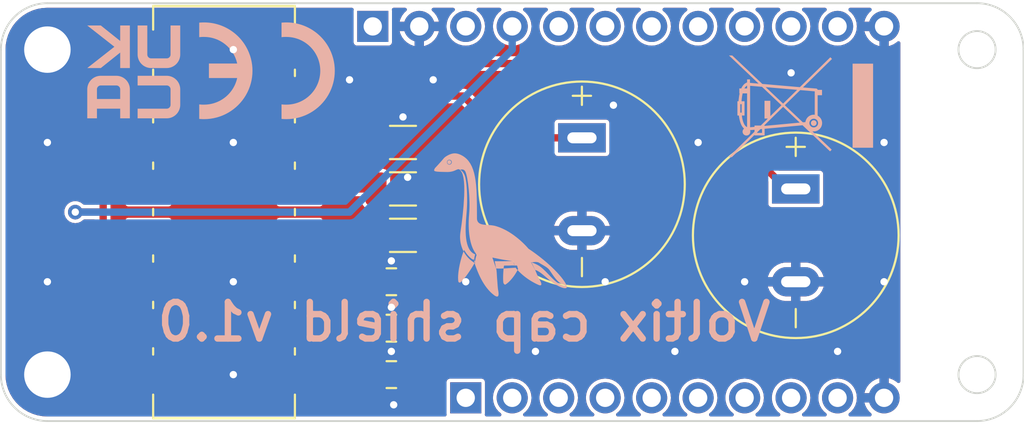
<source format=kicad_pcb>
(kicad_pcb (version 20240108) (generator "pcbnew") (generator_version "8.0")
  (layers (0 "F.Cu" signal) (31 "B.Cu" signal) (34 "B.Paste" user) (35 "F.Paste" user) (36 "B.SilkS" user "B.Silkscreen") (37 "F.SilkS" user "F.Silkscreen") (38 "B.Mask" user) (39 "F.Mask" user) (44 "Edge.Cuts" user))
  (net 0 "")
  (net 1 "GND")
  (net 2 "Net-(C1-Pad1)")
  (net 3 "Net-(C2-Pad1)")
  (net 4 "Net-(C3-Pad1)")
  (net 5 "Net-(C4-Pad1)")
  (net 6 "Net-(C5-Pad1)")
  (net 7 "Net-(C6-Pad1)")
  (net 8 "Net-(C7-Pad1)")
  (net 11 "Net-(J1-Pin_4)")
  (net 27 "Net-(C8-Pad1)")
  (footprint "voltix:KM_FG0H103ZF" (layer "F.Cu") (at 209.55 60.706 -90)
    (property "Reference" "C7" (hide yes))
    (property "Value" "10m" (hide yes))
  )
  (footprint "voltix:KM_FG0H103ZF" (layer "F.Cu") (at 221.234 63.5 -90)
    (property "Reference" "C8" (hide yes))
    (property "Value" "220m" (hide yes))
  )
  (footprint "voltix:PinSocket_1x12_P2.54mm_Vertical" (layer "F.Cu") (at 198.12 52.07 90)
    (property "Reference" "J1" (hide yes))
    (property "Value" "Conn_01x12" (hide yes))
  )
  (footprint "voltix:TE_1-1825058-9" (layer "F.Cu") (at 189.992 62.23 180)
    (property "Reference" "SW1" (hide yes))
    (property "Value" "SW_DIP_x08" (hide yes))
  )
  (footprint "Capacitor_SMD:C_1206_3216Metric" (layer "F.Cu") (at 199.771 58.42)
    (property "Reference" "C6" (hide yes))
    (property "Value" "220u" (hide yes))
  )
  (footprint "Capacitor_SMD:C_1206_3216Metric" (layer "F.Cu") (at 199.771 63.5)
    (property "Reference" "C4" (hide yes))
    (property "Value" "220u" (hide yes))
  )
  (footprint "Capacitor_SMD:C_0805_2012Metric" (layer "F.Cu") (at 199.136 68.58)
    (property "Reference" "C2" (hide yes))
    (property "Value" "47u" (hide yes))
  )
  (footprint "Capacitor_SMD:C_1206_3216Metric" (layer "F.Cu") (at 199.771 60.96)
    (property "Reference" "C5" (hide yes))
    (property "Value" "220u" (hide yes))
  )
  (footprint "Capacitor_SMD:C_0805_2012Metric" (layer "F.Cu") (at 199.136 66.04)
    (property "Reference" "C3" (hide yes))
    (property "Value" "47u" (hide yes))
  )
  (footprint "voltix:PinSocket_1x10_P2.54mm_Vertical" (layer "F.Cu") (at 203.2 72.39 90)
    (property "Reference" "J2" (hide yes))
    (property "Value" "Conn_01x10" (hide yes))
  )
  (footprint "Capacitor_SMD:C_0805_2012Metric" (layer "F.Cu") (at 199.136 71.12)
    (property "Reference" "C1" (hide yes))
    (property "Value" "47u" (hide yes))
  )
  (gr_poly (pts (xy 193.365992 51.851884) (xy 193.332869 51.852507) (xy 193.299759 51.853543) (xy 193.266666 51.854995) (xy 193.233593 51.85686) (xy 193.200546 51.859139) (xy 193.167526 51.861833) (xy 193.13454 51.864939) (xy 193.13454 52.658689) (xy 193.167482 52.654961) (xy 193.200477 52.651823) (xy 193.233517 52.649276) (xy 193.266595 52.647321) (xy 193.299702 52.645959) (xy 193.332831 52.645188) (xy 193.365974 52.645011) (xy 193.399124 52.645427) (xy 193.522544 52.649531) (xy 193.64445 52.661714) (xy 193.764503 52.681781) (xy 193.882365 52.709538) (xy 193.9977 52.744788) (xy 194.11017 52.787339) (xy 194.219437 52.836994) (xy 194.325165 52.893559) (xy 194.427016 52.956839) (xy 194.524653 53.02664) (xy 194.617737 53.102767) (xy 194.705933 53.185025) (xy 194.788902 53.273218) (xy 194.866306 53.367154) (xy 194.93781 53.466635) (xy 195.003075 53.571469) (xy 195.061231 53.680406) (xy 195.111633 53.792071) (xy 195.15428 53.906073) (xy 195.189174 54.022023) (xy 195.216313 54.139532) (xy 195.235699 54.258209) (xy 195.24733 54.377665) (xy 195.251207 54.497511) (xy 195.24733 54.617356) (xy 195.235699 54.736812) (xy 195.216313 54.855489) (xy 195.189174 54.972998) (xy 195.15428 55.088948) (xy 195.111633 55.20295) (xy 195.061231 55.314615) (xy 195.003075 55.423552) (xy 194.971243 55.476626) (xy 194.93781 55.528386) (xy 194.902817 55.578808) (xy 194.866306 55.627867) (xy 194.82832 55.67554) (xy 194.788901 55.721802) (xy 194.748091 55.766629) (xy 194.705933 55.809996) (xy 194.662467 55.851879) (xy 194.617737 55.892254) (xy 194.571785 55.931095) (xy 194.524653 55.96838) (xy 194.476382 56.004084) (xy 194.427016 56.038181) (xy 194.376596 56.070649) (xy 194.325165 56.101462) (xy 194.272765 56.130596) (xy 194.219437 56.158027) (xy 194.165225 56.18373) (xy 194.11017 56.207682) (xy 194.054314 56.229857) (xy 193.9977 56.250232) (xy 193.940369 56.268782) (xy 193.882365 56.285483) (xy 193.823729 56.30031) (xy 193.764503 56.313239) (xy 193.704729 56.324246) (xy 193.64445 56.333306) (xy 193.583708 56.340395) (xy 193.522545 56.345489) (xy 193.461003 56.348563) (xy 193.399124 56.349593) (xy 193.365975 56.350009) (xy 193.332831 56.349832) (xy 193.299702 56.349062) (xy 193.266595 56.347699) (xy 193.233517 56.345744) (xy 193.200477 56.343198) (xy 193.167482 56.34006) (xy 193.13454 56.336331) (xy 193.13454 57.130081) (xy 193.167527 57.133188) (xy 193.200546 57.135881) (xy 193.233594 57.13816) (xy 193.266666 57.140026) (xy 193.299759 57.141477) (xy 193.33287 57.142514) (xy 193.365992 57.143136) (xy 193.399124 57.143343) (xy 193.575439 57.13748) (xy 193.74959 57.120076) (xy 193.921094 57.091408) (xy 194.089469 57.051757) (xy 194.254233 57.001398) (xy 194.414904 56.940612) (xy 194.571001 56.869676) (xy 194.72204 56.788869) (xy 194.867542 56.698468) (xy 195.007022 56.598753) (xy 195.14 56.49) (xy 195.265994 56.372489) (xy 195.384521 56.246498) (xy 195.495099 56.112305) (xy 195.597247 55.970189) (xy 195.690483 55.820427) (xy 195.773562 55.664801) (xy 195.845565 55.50528) (xy 195.90649 55.34242) (xy 195.956338 55.176777) (xy 195.995109 55.008908) (xy 196.022802 54.83937) (xy 196.039418 54.668718) (xy 196.044957 54.49751) (xy 196.039418 54.326302) (xy 196.022802 54.15565) (xy 195.995109 53.986112) (xy 195.956338 53.818243) (xy 195.90649 53.6526) (xy 195.845565 53.489739) (xy 195.773562 53.330218) (xy 195.690482 53.174593) (xy 195.645009 53.098774) (xy 195.597247 53.024831) (xy 195.547257 52.9528) (xy 195.495099 52.882715) (xy 195.440833 52.81461) (xy 195.38452 52.748522) (xy 195.32622 52.684483) (xy 195.265993 52.622531) (xy 195.2039 52.562698) (xy 195.14 52.50502) (xy 195.074354 52.449531) (xy 195.007022 52.396267) (xy 194.938064 52.345263) (xy 194.867541 52.296552) (xy 194.795513 52.25017) (xy 194.72204 52.206151) (xy 194.647182 52.164531) (xy 194.571 52.125344) (xy 194.493554 52.088624) (xy 194.414904 52.054408) (xy 194.33511 52.022729) (xy 194.254232 51.993622) (xy 194.172332 51.967122) (xy 194.089468 51.943264) (xy 194.005702 51.922082) (xy 193.921093 51.903612) (xy 193.835703 51.887888) (xy 193.74959 51.874945) (xy 193.662815 51.864817) (xy 193.575439 51.85754) (xy 193.487522 51.853149) (xy 193.399124 51.851677)) (fill solid) (layer "B.SilkS"))
  (gr_poly (pts (xy 222.062734 57.365705) (xy 222.06333 57.373547) (xy 222.064312 57.381276) (xy 222.06567 57.388881) (xy 222.067395 57.396353) (xy 222.069476 57.403681) (xy 222.071904 57.410857) (xy 222.07467 57.41787) (xy 222.077763 57.424711) (xy 222.081173 57.43137) (xy 222.084892 57.437837) (xy 222.088909 57.444103) (xy 222.093215 57.450158) (xy 222.0978 57.455992) (xy 222.102654 57.461596) (xy 222.107768 57.46696) (xy 222.113132 57.472074) (xy 222.118736 57.476928) (xy 222.12457 57.481513) (xy 222.130625 57.485819) (xy 222.136891 57.489836) (xy 222.143358 57.493555) (xy 222.150017 57.496965) (xy 222.156858 57.500058) (xy 222.163871 57.502823) (xy 222.171047 57.505252) (xy 222.178375 57.507333) (xy 222.185847 57.509057) (xy 222.193452 57.510416) (xy 222.201181 57.511398) (xy 222.209023 57.511994) (xy 222.21697 57.512195) (xy 222.224917 57.511994) (xy 222.23276 57.511398) (xy 222.240488 57.510416) (xy 222.248093 57.509057) (xy 222.255564 57.507333) (xy 222.262892 57.505252) (xy 222.270067 57.502823) (xy 222.27708 57.500058) (xy 222.283921 57.496965) (xy 222.290579 57.493555) (xy 222.297046 57.489836) (xy 222.303311 57.485819) (xy 222.309366 57.481513) (xy 222.315199 57.476928) (xy 222.320803 57.472074) (xy 222.326165 57.46696) (xy 222.331279 57.461596) (xy 222.336132 57.455992) (xy 222.340716 57.450158) (xy 222.345022 57.444103) (xy 222.349038 57.437837) (xy 222.352757 57.43137) (xy 222.356167 57.424711) (xy 222.359259 57.41787) (xy 222.362024 57.410857) (xy 222.364452 57.403681) (xy 222.366533 57.396353) (xy 222.368257 57.388881) (xy 222.369615 57.381276) (xy 222.370597 57.373547) (xy 222.371193 57.365705) (xy 222.371394 57.357758) (xy 222.371193 57.349811) (xy 222.370597 57.341968) (xy 222.369615 57.33424) (xy 222.368257 57.326635) (xy 222.366533 57.319163) (xy 222.364452 57.311835) (xy 222.362024 57.304659) (xy 222.359259 57.297646) (xy 222.356167 57.290805) (xy 222.352757 57.284146) (xy 222.349038 57.277678) (xy 222.345022 57.271412) (xy 222.340716 57.265357) (xy 222.336132 57.259523) (xy 222.331278 57.253919) (xy 222.326165 57.248556) (xy 222.320802 57.243442) (xy 222.315199 57.238588) (xy 222.309366 57.234003) (xy 222.303311 57.229697) (xy 222.297046 57.22568) (xy 222.290579 57.221961) (xy 222.28392 57.21855) (xy 222.27708 57.215457) (xy 222.270067 57.212692) (xy 222.262892 57.210264) (xy 222.255564 57.208183) (xy 222.248093 57.206458) (xy 222.240488 57.2051) (xy 222.23276 57.204118) (xy 222.224917 57.203521) (xy 222.21697 57.20332) (xy 222.209023 57.203521) (xy 222.201181 57.204118) (xy 222.193452 57.2051) (xy 222.185847 57.206458) (xy 222.178376 57.208183) (xy 222.171047 57.210264) (xy 222.163871 57.212692) (xy 222.156858 57.215457) (xy 222.150017 57.21855) (xy 222.143358 57.221961) (xy 222.136891 57.22568) (xy 222.130625 57.229697) (xy 222.12457 57.234003) (xy 222.118736 57.238588) (xy 222.113132 57.243442) (xy 222.107768 57.248556) (xy 222.102654 57.253919) (xy 222.0978 57.259523) (xy 222.093215 57.265357) (xy 222.088909 57.271412) (xy 222.084892 57.277678) (xy 222.081173 57.284146) (xy 222.077763 57.290805) (xy 222.07467 57.297646) (xy 222.071904 57.304659) (xy 222.069476 57.311835) (xy 222.067395 57.319163) (xy 222.06567 57.326635) (xy 222.064312 57.33424) (xy 222.06333 57.341968) (xy 222.062734 57.349811) (xy 222.062533 57.357758)) (fill solid) (layer "B.SilkS"))
  (gr_poly (pts (xy 184.3175 52.865833) (xy 183.259167 52.019167) (xy 182.518334 52.019167) (xy 184 53.183333) (xy 182.518334 54.3475) (xy 183.259167 54.3475) (xy 184.3175 53.500833) (xy 184.3175 54.3475) (xy 184.846667 54.3475) (xy 184.846667 52.019167) (xy 184.3175 52.019167)) (fill solid) (layer "B.SilkS"))
  (gr_poly (pts (xy 202.633103 59.015615) (xy 202.676112 59.01942) (xy 202.719385 59.026248) (xy 202.763084 59.036091) (xy 202.807372 59.048941) (xy 202.852412 59.064792) (xy 202.898366 59.083634) (xy 202.945398 59.105461) (xy 203.024001 59.147456) (xy 203.097694 59.194028) (xy 203.166635 59.245117) (xy 203.230983 59.300664) (xy 203.290897 59.360609) (xy 203.346536 59.424895) (xy 203.445626 59.566249) (xy 203.529523 59.724254) (xy 203.599498 59.898436) (xy 203.656822 60.088322) (xy 203.702768 60.29344) (xy 203.738606 60.513317) (xy 203.765607 60.74748) (xy 203.785042 60.995455) (xy 203.798183 61.256771) (xy 203.810668 61.817533) (xy 203.813231 62.425982) (xy 203.813231 62.558273) (xy 203.814068 62.589095) (xy 203.816544 62.6181) (xy 203.820609 62.645346) (xy 203.826213 62.670892) (xy 203.833304 62.694796) (xy 203.841834 62.717118) (xy 203.851752 62.737916) (xy 203.863006 62.757248) (xy 203.875547 62.775174) (xy 203.889325 62.791751) (xy 203.904289 62.807038) (xy 203.920388 62.821095) (xy 203.937572 62.833979) (xy 203.955791 62.845749) (xy 203.974995 62.856464) (xy 203.995133 62.866182) (xy 204.038008 62.882864) (xy 204.084016 62.896263) (xy 204.132752 62.906848) (xy 204.183814 62.915089) (xy 204.236797 62.921453) (xy 204.291301 62.926411) (xy 204.403253 62.933982) (xy 204.50921 62.940803) (xy 204.562545 62.945283) (xy 204.615911 62.950849) (xy 204.669153 62.957779) (xy 204.722117 62.966352) (xy 204.774646 62.976847) (xy 204.800699 62.982903) (xy 204.826586 62.989544) (xy 204.921107 63.0182) (xy 205.014106 63.050395) (xy 205.105488 63.085839) (xy 205.195157 63.124244) (xy 205.283019 63.165319) (xy 205.368977 63.208775) (xy 205.452936 63.254322) (xy 205.534801 63.30167) (xy 205.614476 63.350529) (xy 205.691866 63.400611) (xy 205.766875 63.451624) (xy 205.839408 63.50328) (xy 205.976663 63.60736) (xy 206.10287 63.710534) (xy 206.217262 63.810482) (xy 206.319079 63.904889) (xy 206.407554 63.991435) (xy 206.481926 64.067804) (xy 206.585305 64.180738) (xy 206.623107 64.225148) (xy 206.623347 64.225396) (xy 206.623573 64.225644) (xy 206.623785 64.22589) (xy 206.623985 64.226135) (xy 206.624173 64.226378) (xy 206.624351 64.226619) (xy 206.624678 64.227091) (xy 206.625752 64.228786) (xy 206.625877 64.228968) (xy 206.626002 64.229142) (xy 206.626129 64.229307) (xy 206.626259 64.229463) (xy 206.626393 64.229609) (xy 206.626531 64.229745) (xy 206.626676 64.229871) (xy 206.626827 64.229985) (xy 206.626986 64.230088) (xy 206.627154 64.230178) (xy 206.627332 64.230256) (xy 206.62752 64.230321) (xy 206.62772 64.230372) (xy 206.627932 64.230409) (xy 206.628158 64.230432) (xy 206.628398 64.23044) (xy 206.8427 64.377287) (xy 207.047763 64.525523) (xy 207.243151 64.674238) (xy 207.428432 64.822528) (xy 207.603171 64.969484) (xy 207.766933 65.1142) (xy 207.919286 65.255769) (xy 208.059794 65.393283) (xy 208.188024 65.525837) (xy 208.303541 65.652523) (xy 208.405912 65.772435) (xy 208.494703 65.884664) (xy 208.569478 65.988305) (xy 208.629805 66.082451) (xy 208.67525 66.166194) (xy 208.705377 66.238627) (xy 208.699732 66.2434) (xy 208.693703 66.247784) (xy 208.687279 66.251766) (xy 208.685834 66.25252) (xy 208.686751 66.252622) (xy 208.690931 66.252729) (xy 208.694872 66.252424) (xy 208.698563 66.251682) (xy 208.701992 66.250475) (xy 208.70515 66.248778) (xy 208.708024 66.246564) (xy 208.711853 66.259214) (xy 208.715341 66.271369) (xy 208.718395 66.283027) (xy 208.71973 66.28867) (xy 208.720922 66.294189) (xy 208.721959 66.299584) (xy 208.722829 66.304855) (xy 208.723521 66.310002) (xy 208.724023 66.315025) (xy 208.724323 66.319924) (xy 208.72441 66.324699) (xy 208.724273 66.32935) (xy 208.723899 66.333876) (xy 208.72362 66.336544) (xy 208.723282 66.33909) (xy 208.722889 66.341519) (xy 208.722441 66.343835) (xy 208.721944 66.34604) (xy 208.721399 66.348137) (xy 208.720809 66.350132) (xy 208.720178 66.352025) (xy 208.719508 66.353822) (xy 208.718802 66.355526) (xy 208.718063 66.357139) (xy 208.717294 66.358666) (xy 208.716498 66.360109) (xy 208.715678 66.361472) (xy 208.714836 66.362759) (xy 208.713977 66.363973) (xy 208.713101 66.365117) (xy 208.712213 66.366194) (xy 208.711315 66.367209) (xy 208.710411 66.368164) (xy 208.708593 66.369908) (xy 208.706783 66.371456) (xy 208.705004 66.372832) (xy 208.70328 66.374065) (xy 208.700086 66.37621) (xy 208.696553 66.378132) (xy 208.692903 66.37993) (xy 208.689145 66.381605) (xy 208.685286 66.383155) (xy 208.681334 66.384581) (xy 208.677297 66.385884) (xy 208.673182 66.387062) (xy 208.668997 66.388116) (xy 208.664751 66.389046) (xy 208.66045 66.389852) (xy 208.656103 66.390535) (xy 208.651717 66.391093) (xy 208.6473 66.391527) (xy 208.64286 66.391837) (xy 208.638404 66.392023) (xy 208.633941 66.392085) (xy 208.597933 66.390178) (xy 208.559573 66.384644) (xy 208.519174 66.37576) (xy 208.477051 66.363808) (xy 208.433517 66.349064) (xy 208.388886 66.331809) (xy 208.343472 66.312322) (xy 208.297589 66.290882) (xy 208.251551 66.267767) (xy 208.205672 66.243257) (xy 208.160266 66.21763) (xy 208.115647 66.191167) (xy 208.030024 66.136845) (xy 207.951316 66.082522) (xy 207.901432 66.045584) (xy 207.852882 66.008274) (xy 207.80551 65.970716) (xy 207.759162 65.933033) (xy 207.668914 65.857793) (xy 207.580899 65.783544) (xy 207.5028 65.717444) (xy 207.426903 65.654601) (xy 207.35268 65.595787) (xy 207.316032 65.568135) (xy 207.279605 65.54178) (xy 207.243332 65.516821) (xy 207.207149 65.493354) (xy 207.170989 65.471477) (xy 207.134786 65.451285) (xy 207.098475 65.432876) (xy 207.06199 65.416346) (xy 207.025264 65.401794) (xy 206.992053 65.390602) (xy 207.096711 65.643314) (xy 207.11425 65.678066) (xy 207.131355 65.712974) (xy 207.165503 65.783874) (xy 207.201635 65.857254) (xy 207.22122 65.895262) (xy 207.242232 65.934356) (xy 207.254114 65.955623) (xy 207.26498 65.97579) (xy 207.274869 65.994887) (xy 207.283821 66.012945) (xy 207.291874 66.029996) (xy 207.299066 66.04607) (xy 207.305436 66.061198) (xy 207.311024 66.075411) (xy 207.315867 66.088741) (xy 207.320005 66.101219) (xy 207.323476 66.112874) (xy 207.32632 66.123739) (xy 207.328574 66.133844) (xy 207.330278 66.143221) (xy 207.331471 66.1519) (xy 207.33219 66.159913) (xy 207.332476 66.167289) (xy 207.332366 66.174062) (xy 207.3319 66.18026) (xy 207.331116 66.185916) (xy 207.330052 66.191061) (xy 207.328749 66.195724) (xy 207.327244 66.199939) (xy 207.325576 66.203734) (xy 207.323784 66.207142) (xy 207.321907 66.210194) (xy 207.319983 66.21292) (xy 207.318052 66.215351) (xy 207.314321 66.219454) (xy 207.311024 66.222751) (xy 207.308384 66.225319) (xy 207.305436 66.227573) (xy 207.3022 66.229524) (xy 207.298694 66.231185) (xy 207.294935 66.232566) (xy 207.290944 66.233681) (xy 207.286737 66.234539) (xy 207.282333 66.235154) (xy 207.273009 66.235696) (xy 207.26312 66.235402) (xy 207.252812 66.234363) (xy 207.242232 66.232673) (xy 207.231529 66.230425) (xy 207.220848 66.227712) (xy 207.210339 66.224627) (xy 207.200147 66.221263) (xy 207.19042 66.217713) (xy 207.181305 66.214069) (xy 207.172951 66.210426) (xy 207.165503 66.206876) (xy 207.056223 66.155778) (xy 206.950699 66.101947) (xy 206.849028 66.045752) (xy 206.751306 65.987561) (xy 206.65763 65.927742) (xy 206.568098 65.866664) (xy 206.482805 65.804694) (xy 206.401849 65.742201) (xy 206.325328 65.679553) (xy 206.253337 65.617119) (xy 206.185973 65.555265) (xy 206.123334 65.494361) (xy 206.065517 65.434775) (xy 206.033205 65.399409) (xy 206.023537 65.417716) (xy 206.01792 65.428377) (xy 206.014566 65.434294) (xy 205.974265 65.506306) (xy 205.932886 65.575443) (xy 205.890655 65.641618) (xy 205.847796 65.704747) (xy 205.804534 65.764745) (xy 205.761093 65.821526) (xy 205.717699 65.875004) (xy 205.674577 65.925096) (xy 205.63195 65.971714) (xy 205.590044 66.014775) (xy 205.549084 66.054192) (xy 205.509295 66.089881) (xy 205.4709 66.121757) (xy 205.434126 66.149733) (xy 205.399197 66.173725) (xy 205.366337 66.193647) (xy 205.364322 66.194577) (xy 205.362249 66.195378) (xy 205.360122 66.196048) (xy 205.357945 66.196582) (xy 205.355721 66.196977) (xy 205.353454 66.197228) (xy 205.351149 66.197332) (xy 205.348809 66.197285) (xy 205.346437 66.197083) (xy 205.344039 66.196722) (xy 205.341617 66.196198) (xy 205.339176 66.195507) (xy 205.33672 66.194646) (xy 205.334251 66.193611) (xy 205.331775 66.192397) (xy 205.329295 66.191002) (xy 205.323289 66.187632) (xy 205.317214 66.183519) (xy 205.311122 66.178723) (xy 205.30507 66.173307) (xy 205.29911 66.167334) (xy 205.293298 66.160864) (xy 205.287687 66.15396) (xy 205.282332 66.146684) (xy 205.277287 66.139098) (xy 205.272607 66.131263) (xy 205.268345 66.123243) (xy 205.264555 66.115099) (xy 205.261293 66.106893) (xy 205.258612 66.098687) (xy 205.256567 66.090542) (xy 205.255212 66.082522) (xy 205.249989 66.038258) (xy 205.246169 65.987494) (xy 205.242396 65.870483) (xy 205.243213 65.73952) (xy 205.247936 65.602634) (xy 205.255884 65.467857) (xy 205.266374 65.343219) (xy 205.269933 65.312541) (xy 205.332602 65.309608) (xy 205.475064 65.301133) (xy 205.615045 65.291418) (xy 205.693097 65.28592) (xy 205.769165 65.281165) (xy 205.919316 65.272897) (xy 205.908274 65.252805) (xy 205.897953 65.231349) (xy 205.88833 65.208715) (xy 205.883522 65.196022) (xy 205.878036 65.184148) (xy 205.871001 65.167403) (xy 205.864158 65.1499) (xy 205.836965 65.148874) (xy 205.79692 65.147288) (xy 205.756473 65.146352) (xy 205.715344 65.146595) (xy 205.694436 65.147323) (xy 205.673253 65.148543) (xy 205.631054 65.150946) (xy 205.584701 65.152388) (xy 205.484738 65.153504) (xy 205.383783 65.154124) (xy 205.336189 65.154946) (xy 205.292254 65.156481) (xy 205.285385 65.192838) (xy 205.278725 65.23675) (xy 205.269933 65.312541) (xy 205.260286 65.312993) (xy 205.187164 65.315602) (xy 205.113174 65.317282) (xy 205.038254 65.317876) (xy 204.996003 65.317421) (xy 204.952264 65.316223) (xy 204.859903 65.312645) (xy 204.865735 65.332561) (xy 204.872129 65.360613) (xy 204.877632 65.391253) (xy 204.882356 65.424288) (xy 204.889916 65.49677) (xy 204.895709 65.576507) (xy 204.90559 65.751545) (xy 204.911475 65.843746) (xy 204.919191 65.937001) (xy 204.925702 66.013999) (xy 204.931593 66.093106) (xy 204.943003 66.251194) (xy 204.949267 66.326952) (xy 204.956398 66.398369) (xy 204.964769 66.463832) (xy 204.969537 66.493828) (xy 204.974753 66.52173) (xy 204.978725 66.543307) (xy 204.982218 66.563898) (xy 204.98525 66.583529) (xy 204.987838 66.602222) (xy 204.99 66.62) (xy 204.991752 66.636886) (xy 204.993114 66.652905) (xy 204.994101 66.668078) (xy 204.994732 66.68243) (xy 204.995024 66.695983) (xy 204.994994 66.708762) (xy 204.994659 66.720788) (xy 204.994038 66.732086) (xy 204.993148 66.742678) (xy 204.992005 66.752588) (xy 204.990629 66.76184) (xy 204.989035 66.770456) (xy 204.987241 66.778459) (xy 204.985266 66.785873) (xy 204.983125 66.792722) (xy 204.980838 66.799028) (xy 204.97842 66.804814) (xy 204.97589 66.810104) (xy 204.973265 66.814922) (xy 204.970563 66.81929) (xy 204.9678 66.823232) (xy 204.964995 66.82677) (xy 204.962165 66.829929) (xy 204.959327 66.832731) (xy 204.956499 66.8352) (xy 204.953697 66.837359) (xy 204.950941 66.839231) (xy 204.945588 66.842157) (xy 204.939963 66.844506) (xy 204.934086 66.846302) (xy 204.927981 66.847572) (xy 204.921668 66.848341) (xy 204.91517 66.848637) (xy 204.908508 66.848486) (xy 204.901703 66.847913) (xy 204.894779 66.846944) (xy 204.887757 66.845607) (xy 204.880657 66.843926) (xy 204.873504 66.841929) (xy 204.859119 66.837088) (xy 204.844777 66.831294) (xy 204.830652 66.824755) (xy 204.816918 66.817682) (xy 204.80375 66.810283) (xy 204.791323 66.802768) (xy 204.77981 66.795346) (xy 204.769386 66.788226) (xy 204.752503 66.775731) (xy 204.695641 66.731704) (xy 204.640625 66.685551) (xy 204.587423 66.637424) (xy 204.536005 66.587473) (xy 204.4384 66.482714) (xy 204.347567 66.372489) (xy 204.26326 66.258017) (xy 204.185236 66.140514) (xy 204.11325 66.021197) (xy 204.047058 65.901283) (xy 203.986417 65.781989) (xy 203.931081 65.664533) (xy 203.880807 65.55013) (xy 203.83535 65.439999) (xy 203.757913 65.237417) (xy 203.696816 65.066523) (xy 203.68158 65.020815) (xy 203.68556 65.01361) (xy 203.712691 65.032127) (xy 203.711315 65.005245) (xy 203.71111 64.977308) (xy 203.711438 64.966749) (xy 203.720628 64.950106) (xy 203.719944 64.947637) (xy 203.718008 64.943373) (xy 203.712955 64.933963) (xy 203.712005 64.948504) (xy 203.711438 64.966749) (xy 203.68556 65.01361) (xy 203.677915 65.008392) (xy 203.674661 64.986411) (xy 203.67167 64.962405) (xy 203.669284 64.938988) (xy 203.667464 64.916206) (xy 203.66617 64.894107) (xy 203.665365 64.872736) (xy 203.66501 64.852141) (xy 203.665011 64.851808) (xy 203.660617 64.843936) (xy 203.658278 64.839269) (xy 203.657128 64.836335) (xy 203.653213 64.834006) (xy 203.649399 64.831967) (xy 203.64568 64.830197) (xy 203.642049 64.828676) (xy 203.6385 64.827384) (xy 203.635025 64.8263) (xy 203.631618 64.825405) (xy 203.628272 64.824676) (xy 203.621737 64.823642) (xy 203.615364 64.823033) (xy 203.602889 64.822444) (xy 203.596679 64.822138) (xy 203.590414 64.821607) (xy 203.584041 64.820688) (xy 203.580797 64.820033) (xy 203.577505 64.81922) (xy 203.57416 64.818228) (xy 203.570753 64.817038) (xy 203.567278 64.815628) (xy 203.563729 64.81398) (xy 203.560098 64.812071) (xy 203.556379 64.809883) (xy 203.552565 64.807394) (xy 203.548649 64.804585) (xy 203.514505 64.778447) (xy 203.481501 64.751627) (xy 203.449597 64.724125) (xy 203.418755 64.69594) (xy 203.388937 64.667074) (xy 203.360103 64.637525) (xy 203.332214 64.607295) (xy 203.305233 64.576382) (xy 203.279119 64.544787) (xy 203.253835 64.51251) (xy 203.229342 64.47955) (xy 203.205601 64.445909) (xy 203.182572 64.411586) (xy 203.160218 64.37658) (xy 203.1385 64.340892) (xy 203.117379 64.304522) (xy 203.092418 64.35613) (xy 203.083414 64.377964) (xy 203.05879 64.331529) (xy 203.014522 64.232754) (xy 202.976734 64.130972) (xy 202.94557 64.026519) (xy 202.921173 63.919732) (xy 202.903686 63.81095) (xy 202.893254 63.700509) (xy 202.890018 63.588747) (xy 202.894123 63.476) (xy 202.905712 63.362606) (xy 202.974214 62.882594) (xy 203.029379 62.424012) (xy 203.080668 61.889869) (xy 203.114717 61.332782) (xy 203.121101 61.062077) (xy 203.118164 60.805367) (xy 203.104235 60.569229) (xy 203.077645 60.360242) (xy 203.036722 60.18498) (xy 203.010363 60.112052) (xy 202.979795 60.050023) (xy 202.971453 60.036006) (xy 202.963285 60.022722) (xy 202.955279 60.010159) (xy 202.947425 59.998305) (xy 202.939711 59.987149) (xy 202.932124 59.976678) (xy 202.924653 59.966882) (xy 202.917288 59.957749) (xy 202.910015 59.949267) (xy 202.902823 59.941425) (xy 202.895702 59.93421) (xy 202.888638 59.927612) (xy 202.881621 59.921618) (xy 202.874639 59.916217) (xy 202.86768 59.911397) (xy 202.860733 59.907148) (xy 202.866262 59.90854) (xy 202.872409 59.909297) (xy 202.882449 59.909234) (xy 202.88657 59.910967) (xy 202.899794 59.91735) (xy 202.913979 59.925132) (xy 202.929032 59.934449) (xy 202.944861 59.945436) (xy 202.961371 59.958229) (xy 202.978471 59.972964) (xy 202.996067 59.989776) (xy 203.014066 60.008801) (xy 203.023187 60.019186) (xy 203.032375 60.030175) (xy 203.041616 60.041785) (xy 203.050901 60.054034) (xy 203.060216 60.066937) (xy 203.069551 60.080512) (xy 203.078893 60.094776) (xy 203.088232 60.109746) (xy 203.097555 60.125439) (xy 203.106851 60.141871) (xy 203.116108 60.159061) (xy 203.125315 60.177023) (xy 203.150138 60.237225) (xy 203.172966 60.313728) (xy 203.193723 60.405161) (xy 203.212338 60.51015) (xy 203.228735 60.627325) (xy 203.242843 60.755314) (xy 203.254585 60.892743) (xy 203.26389 61.038242) (xy 203.270684 61.190438) (xy 203.274892 61.34796) (xy 203.276442 61.509435) (xy 203.275259 61.67349) (xy 203.27127 61.838756) (xy 203.264402 62.003858) (xy 203.25458 62.167425) (xy 203.241732 62.328086) (xy 203.214989 62.65634) (xy 203.197455 62.998515) (xy 203.194554 63.170337) (xy 203.196851 63.340257) (xy 203.205309 63.506478) (xy 203.220896 63.667208) (xy 203.244574 63.820652) (xy 203.277311 63.965014) (xy 203.32007 64.098502) (xy 203.345509 64.160606) (xy 203.373816 64.219319) (xy 203.405112 64.274416) (xy 203.439516 64.325673) (xy 203.47715 64.372864) (xy 203.518133 64.415767) (xy 203.562588 64.454157) (xy 203.610633 64.487809) (xy 203.662391 64.516499) (xy 203.717981 64.540002) (xy 203.715336 64.550586) (xy 203.710623 64.567205) (xy 203.699461 64.608133) (xy 203.692856 64.633527) (xy 203.686314 64.659975) (xy 203.680392 64.685802) (xy 203.677838 64.697961) (xy 203.675648 64.709336) (xy 203.671855 64.733582) (xy 203.66862 64.762418) (xy 203.666254 64.79547) (xy 203.665493 64.813461) (xy 203.665065 64.832367) (xy 203.665011 64.851808) (xy 203.668167 64.85746) (xy 203.689871 64.894212) (xy 203.701234 64.91341) (xy 203.711079 64.930469) (xy 203.712955 64.933963) (xy 203.713931 64.919017) (xy 203.716819 64.889034) (xy 203.720598 64.858742) (xy 203.725198 64.828325) (xy 203.73055 64.79797) (xy 203.736585 64.767864) (xy 203.743232 64.738191) (xy 203.74934 64.714627) (xy 204.654608 64.714627) (xy 204.739274 64.963335) (xy 204.858337 65.312585) (xy 204.859903 65.312645) (xy 204.858336 65.307293) (xy 204.784253 64.91571) (xy 204.917247 64.917487) (xy 205.225115 64.918025) (xy 205.249526 64.917687) (xy 205.816052 64.917687) (xy 205.816128 64.927616) (xy 205.816576 64.939032) (xy 205.817482 64.951976) (xy 205.818133 64.959033) (xy 205.81893 64.966485) (xy 205.819884 64.974339) (xy 205.821006 64.982599) (xy 205.822306 64.99127) (xy 205.823795 65.000357) (xy 205.825484 65.009864) (xy 205.827383 65.019796) (xy 205.829503 65.030159) (xy 205.831854 65.040956) (xy 205.834448 65.052194) (xy 205.837295 65.063876) (xy 205.843478 65.087093) (xy 205.850048 65.109093) (xy 205.856898 65.129837) (xy 205.863918 65.149287) (xy 205.864158 65.1499) (xy 205.867832 65.150039) (xy 205.871083 65.160656) (xy 205.879381 65.185089) (xy 205.883522 65.196022) (xy 205.891534 65.213366) (xy 205.903544 65.23663) (xy 205.913197 65.253632) (xy 205.921961 65.267605) (xy 205.964733 65.321029) (xy 206.012617 65.376875) (xy 206.033205 65.399409) (xy 206.03871 65.388984) (xy 206.046838 65.374323) (xy 206.050726 65.367665) (xy 206.054378 65.36174) (xy 206.057704 65.35676) (xy 206.060615 65.352939) (xy 206.063023 65.350491) (xy 206.064009 65.349847) (xy 206.064837 65.349627) (xy 206.060025 65.341236) (xy 206.055484 65.331116) (xy 206.051175 65.319524) (xy 206.04706 65.306715) (xy 206.039257 65.278468) (xy 206.031764 65.248424) (xy 206.024271 65.218627) (xy 206.020427 65.204461) (xy 206.016468 65.191125) (xy 206.012353 65.178874) (xy 206.008044 65.167963) (xy 206.003503 65.15865) (xy 206.001133 65.154672) (xy 205.998691 65.151189) (xy 205.977973 65.151944) (xy 205.957469 65.152269) (xy 205.91696 65.151892) (xy 205.867832 65.150039) (xy 205.863413 65.135603) (xy 205.856347 65.110116) (xy 205.849863 65.084382) (xy 205.838546 65.032912) (xy 205.829275 64.982682) (xy 205.827495 64.971273) (xy 206.768627 64.971273) (xy 206.988231 65.389315) (xy 206.992053 65.390602) (xy 206.988232 65.381376) (xy 206.791357 64.974503) (xy 206.781615 64.974072) (xy 206.768627 64.971273) (xy 205.827495 64.971273) (xy 205.827495 64.971272) (xy 206.789794 64.971272) (xy 206.791357 64.974503) (xy 206.798486 64.974818) (xy 206.799015 64.974795) (xy 206.86057 64.998309) (xy 206.912205 65.019362) (xy 206.971034 65.044694) (xy 207.034327 65.073747) (xy 207.066795 65.089494) (xy 207.099357 65.105962) (xy 207.13167 65.123081) (xy 207.163394 65.140781) (xy 207.194188 65.158994) (xy 207.223711 65.177647) (xy 207.257443 65.200846) (xy 207.292027 65.226564) (xy 207.327262 65.254468) (xy 207.362948 65.284225) (xy 207.398881 65.315501) (xy 207.434861 65.347962) (xy 207.506154 65.415111) (xy 207.575214 65.483003) (xy 207.64043 65.548973) (xy 207.752878 65.66448) (xy 207.883474 65.802518) (xy 207.925629 65.845293) (xy 207.971143 65.889815) (xy 208.019797 65.935307) (xy 208.07137 65.980988) (xy 208.12564 66.02608) (xy 208.182386 66.069805) (xy 208.241388 66.111382) (xy 208.302425 66.150032) (xy 208.333638 66.168017) (xy 208.365276 66.184978) (xy 208.397313 66.200818) (xy 208.42972 66.215439) (xy 208.46247 66.228745) (xy 208.495536 66.240638) (xy 208.528889 66.25102) (xy 208.562503 66.259794) (xy 208.575124 66.262463) (xy 208.587199 66.264527) (xy 208.598739 66.266003) (xy 208.609755 66.266904) (xy 208.620261 66.267248) (xy 208.630266 66.267049) (xy 208.639783 66.266323) (xy 208.648823 66.265085) (xy 208.657398 66.263352) (xy 208.665519 66.261137) (xy 208.673199 66.258458) (xy 208.680448 66.255329) (xy 208.685834 66.25252) (xy 208.682344 66.252129) (xy 208.67772 66.251277) (xy 208.672891 66.250092) (xy 208.667868 66.248599) (xy 208.657282 66.244797) (xy 208.646054 66.24008) (xy 208.634271 66.234658) (xy 208.609399 66.222535) (xy 208.58338 66.210101) (xy 208.570163 66.204292) (xy 208.556927 66.199032) (xy 208.54376 66.194532) (xy 208.537231 66.192633) (xy 208.530752 66.191002) (xy 208.497169 66.181514) (xy 208.463904 66.169053) (xy 208.430981 66.153805) (xy 208.398424 66.135961) (xy 208.366257 66.115708) (xy 208.334503 66.093234) (xy 208.303185 66.068729) (xy 208.272329 66.04238) (xy 208.212093 65.984906) (xy 208.153984 65.92232) (xy 208.098194 65.85613) (xy 208.044911 65.787842) (xy 207.994326 65.718966) (xy 207.946628 65.651009) (xy 207.860653 65.523879) (xy 207.788508 65.418517) (xy 207.758096 65.377767) (xy 207.731711 65.346981) (xy 207.706558 65.32222) (xy 207.679817 65.298462) (xy 207.651634 65.275596) (xy 207.622157 65.253509) (xy 207.591532 65.232088) (xy 207.559907 65.211222) (xy 207.494247 65.170702) (xy 207.357408 65.091369) (xy 207.288585 65.050756) (xy 207.254589 65.02982) (xy 207.221065 65.008314) (xy 207.206431 64.999422) (xy 207.191334 64.991562) (xy 207.175825 64.98468) (xy 207.159952 64.978724) (xy 207.143766 64.97364) (xy 207.127315 64.969375) (xy 207.093817 64.963087) (xy 207.059854 64.959435) (xy 207.025821 64.957992) (xy 206.992114 64.958331) (xy 206.959127 64.960028) (xy 206.896899 64.965784) (xy 206.842297 64.971851) (xy 206.818845 64.973935) (xy 206.799015 64.974795) (xy 206.789794 64.971272) (xy 205.827495 64.971272) (xy 205.821865 64.935181) (xy 205.817009 64.898538) (xy 205.816674 64.902141) (xy 205.816262 64.909209) (xy 205.816052 64.917687) (xy 205.249526 64.917687) (xy 205.401916 64.915581) (xy 205.571182 64.910129) (xy 205.715829 64.90077) (xy 205.756288 64.896269) (xy 205.770383 64.896447) (xy 205.816129 64.891897) (xy 205.817009 64.898538) (xy 205.817203 64.896445) (xy 205.817762 64.892082) (xy 205.818267 64.889014) (xy 205.818774 64.886606) (xy 205.773582 64.894345) (xy 205.756288 64.896269) (xy 205.709246 64.895675) (xy 205.63525 64.890275) (xy 205.550925 64.880942) (xy 205.361412 64.853249) (xy 205.160954 64.818145) (xy 204.80819 64.747906) (xy 204.654608 64.714627) (xy 203.74934 64.714627) (xy 203.758084 64.680892) (xy 203.774548 64.627562) (xy 203.78321 64.60285) (xy 203.792066 64.579689) (xy 203.747087 64.487085) (xy 203.716266 64.446598) (xy 203.686799 64.403576) (xy 203.63189 64.310274) (xy 203.582283 64.207863) (xy 203.537901 64.097031) (xy 203.498665 63.978463) (xy 203.4645 63.852844) (xy 203.435326 63.720862) (xy 203.411066 63.583202) (xy 203.391644 63.44055) (xy 203.37698 63.293592) (xy 203.366999 63.143014) (xy 203.361622 62.989502) (xy 203.360772 62.833742) (xy 203.364371 62.67642) (xy 203.372342 62.518223) (xy 203.384608 62.359835) (xy 203.396476 62.197471) (xy 203.403527 62.028181) (xy 203.406089 61.853907) (xy 203.404493 61.67659) (xy 203.390142 61.320596) (xy 203.36311 60.975734) (xy 203.326033 60.657536) (xy 203.281544 60.381537) (xy 203.257345 60.264217) (xy 203.232281 60.163272) (xy 203.206683 60.080643) (xy 203.180879 60.018273) (xy 203.171505 60.00078) (xy 203.161761 59.984963) (xy 203.15168 59.970743) (xy 203.141295 59.958044) (xy 203.130638 59.946788) (xy 203.119743 59.9369) (xy 203.108643 59.928301) (xy 203.09737 59.920914) (xy 203.085957 59.914663) (xy 203.074438 59.909471) (xy 203.062846 59.90526) (xy 203.051212 59.901954) (xy 203.039571 59.899475) (xy 203.027955 59.897747) (xy 203.016398 59.896692) (xy 203.004931 59.896234) (xy 202.982402 59.896798) (xy 202.960634 59.898823) (xy 202.92043 59.904791) (xy 202.902521 59.907502) (xy 202.886426 59.90921) (xy 202.882449 59.909234) (xy 202.8744 59.905848) (xy 202.863377 59.901857) (xy 202.859438 59.899469) (xy 202.855553 59.897263) (xy 202.851715 59.895235) (xy 202.847916 59.893382) (xy 202.844147 59.891699) (xy 202.840402 59.890183) (xy 202.836672 59.88883) (xy 202.83295 59.887636) (xy 202.829228 59.886596) (xy 202.825498 59.885708) (xy 202.821753 59.884967) (xy 202.817985 59.88437) (xy 202.814185 59.883912) (xy 202.810347 59.883589) (xy 202.806462 59.883399) (xy 202.802523 59.883336) (xy 202.795515 59.88355) (xy 202.788374 59.884178) (xy 202.781094 59.885202) (xy 202.773667 59.886602) (xy 202.766085 59.888358) (xy 202.75834 59.890452) (xy 202.750424 59.892863) (xy 202.74233 59.895573) (xy 202.725577 59.90181) (xy 202.708017 59.909009) (xy 202.689589 59.917014) (xy 202.670231 59.925669) (xy 202.630027 59.94433) (xy 202.584242 59.963827) (xy 202.532007 59.983015) (xy 202.5032 59.992134) (xy 202.472455 60.000745) (xy 202.439664 60.008705) (xy 202.404718 60.01587) (xy 202.367508 60.022098) (xy 202.327927 60.027244) (xy 202.285865 60.031166) (xy 202.241214 60.03372) (xy 202.193865 60.034761) (xy 202.143711 60.034148) (xy 202.000836 60.031503) (xy 201.891509 60.028542) (xy 201.793965 60.025177) (xy 201.749727 60.023141) (xy 201.708574 60.020759) (xy 201.670553 60.017951) (xy 201.635711 60.014635) (xy 201.604092 60.010731) (xy 201.575745 60.006155) (xy 201.550716 60.000828) (xy 201.53946 59.997857) (xy 201.529051 59.994668) (xy 201.519494 59.99125) (xy 201.510796 59.987593) (xy 201.502962 59.983687) (xy 201.495998 59.979521) (xy 201.48991 59.975087) (xy 201.484704 59.970373) (xy 201.480386 59.965369) (xy 201.476961 59.960065) (xy 201.474821 59.955322) (xy 201.473359 59.950024) (xy 201.472571 59.944177) (xy 201.472454 59.937782) (xy 201.473004 59.930845) (xy 201.474217 59.92337) (xy 201.476088 59.915359) (xy 201.478614 59.906818) (xy 201.481792 59.897749) (xy 201.485616 59.888157) (xy 201.490085 59.878046) (xy 201.495192 59.86742) (xy 201.500935 59.856281) (xy 201.50731 59.844636) (xy 201.514313 59.832486) (xy 201.52194 59.819836) (xy 201.699211 59.628675) (xy 201.817552 59.497043) (xy 202.172816 59.497043) (xy 202.172957 59.502626) (xy 202.172988 59.503851) (xy 202.173314 59.508135) (xy 202.173499 59.51057) (xy 202.17388 59.513564) (xy 202.17434 59.51719) (xy 202.174647 59.518906) (xy 202.175504 59.523705) (xy 202.175608 59.524154) (xy 202.176796 59.529302) (xy 202.176981 59.530105) (xy 202.178184 59.534342) (xy 202.178764 59.536383) (xy 202.17974 59.539268) (xy 202.180844 59.54253) (xy 202.181452 59.544074) (xy 202.183212 59.548537) (xy 202.183309 59.548751) (xy 202.185363 59.553294) (xy 202.185862 59.554397) (xy 202.187551 59.557695) (xy 202.188783 59.560102) (xy 202.189845 59.561948) (xy 202.191968 59.565642) (xy 202.192228 59.566046) (xy 202.192358 59.566249) (xy 202.194751 59.569982) (xy 202.195409 59.571009) (xy 202.197359 59.57375) (xy 202.199098 59.576196) (xy 202.199998 59.577342) (xy 202.202678 59.580751) (xy 202.203025 59.581193) (xy 202.205432 59.583972) (xy 202.207183 59.585993) (xy 202.208139 59.586996) (xy 202.210829 59.589818) (xy 202.211563 59.590588) (xy 202.213495 59.59243) (xy 202.216008 59.594825) (xy 202.216158 59.594968) (xy 202.218501 59.596998) (xy 202.220743 59.59894) (xy 202.220958 59.599126) (xy 202.222892 59.600646) (xy 202.224752 59.602107) (xy 202.225956 59.603053) (xy 202.226329 59.603319) (xy 202.22767 59.604273) (xy 202.22864 59.604963) (xy 202.229229 59.605381) (xy 202.229428 59.605523) (xy 202.231142 59.606742) (xy 202.23651 59.610183) (xy 202.24205 59.613368) (xy 202.247754 59.61629) (xy 202.253614 59.618939) (xy 202.259621 59.621308) (xy 202.265768 59.623388) (xy 202.272046 59.62517) (xy 202.278446 59.626647) (xy 202.284961 59.627811) (xy 202.291582 59.628652) (xy 202.291877 59.628675) (xy 202.2983 59.629163) (xy 202.305108 59.629335) (xy 202.311915 59.629163) (xy 202.318338 59.628675) (xy 202.318634 59.628652) (xy 202.325254 59.627811) (xy 202.331769 59.626647) (xy 202.338169 59.62517) (xy 202.344447 59.623388) (xy 202.350594 59.621308) (xy 202.356602 59.618939) (xy 202.362462 59.61629) (xy 202.368166 59.613368) (xy 202.373706 59.610183) (xy 202.379073 59.606742) (xy 202.380788 59.605523) (xy 202.380986 59.605381) (xy 202.381575 59.604963) (xy 202.382545 59.604273) (xy 202.383887 59.603319) (xy 202.38426 59.603053) (xy 202.385464 59.602107) (xy 202.387324 59.600646) (xy 202.389258 59.599126) (xy 202.389472 59.59894) (xy 202.391715 59.596998) (xy 202.394058 59.594968) (xy 202.394207 59.594825) (xy 202.39672 59.59243) (xy 202.398652 59.590588) (xy 202.399386 59.589818) (xy 202.402076 59.586996) (xy 202.403032 59.585993) (xy 202.404784 59.583972) (xy 202.40719 59.581193) (xy 202.407538 59.580751) (xy 202.410217 59.577342) (xy 202.411118 59.576196) (xy 202.412857 59.57375) (xy 202.414806 59.571009) (xy 202.415464 59.569982) (xy 202.417857 59.566249) (xy 202.417988 59.566046) (xy 202.418247 59.565642) (xy 202.420371 59.561948) (xy 202.421433 59.560102) (xy 202.422665 59.557695) (xy 202.424354 59.554397) (xy 202.424853 59.553294) (xy 202.426907 59.548751) (xy 202.427003 59.548537) (xy 202.428763 59.544074) (xy 202.429372 59.54253) (xy 202.430476 59.539268) (xy 202.431452 59.536383) (xy 202.432031 59.534342) (xy 202.433235 59.530105) (xy 202.43342 59.529302) (xy 202.434608 59.524154) (xy 202.434712 59.523705) (xy 202.435569 59.518906) (xy 202.435875 59.51719) (xy 202.436336 59.513564) (xy 202.436716 59.51057) (xy 202.436902 59.508135) (xy 202.437227 59.503851) (xy 202.437258 59.502626) (xy 202.437399 59.497043) (xy 202.437258 59.491461) (xy 202.437227 59.490236) (xy 202.436902 59.485952) (xy 202.436716 59.483517) (xy 202.436336 59.480523) (xy 202.435875 59.476897) (xy 202.435569 59.475181) (xy 202.434712 59.470382) (xy 202.434608 59.469933) (xy 202.43342 59.464785) (xy 202.433235 59.463982) (xy 202.432031 59.459745) (xy 202.431452 59.457704) (xy 202.431111 59.456695) (xy 202.430476 59.454818) (xy 202.429372 59.451557) (xy 202.428763 59.450013) (xy 202.427003 59.44555) (xy 202.426907 59.445336) (xy 202.424853 59.440793) (xy 202.424354 59.43969) (xy 202.422665 59.436392) (xy 202.421433 59.433985) (xy 202.420371 59.432139) (xy 202.418247 59.428445) (xy 202.417988 59.428041) (xy 202.415971 59.424895) (xy 202.415464 59.424105) (xy 202.414806 59.423078) (xy 202.412857 59.420337) (xy 202.411118 59.417891) (xy 202.410217 59.416745) (xy 202.407538 59.413336) (xy 202.40719 59.412894) (xy 202.404784 59.410115) (xy 202.403032 59.408094) (xy 202.402076 59.407091) (xy 202.399386 59.404269) (xy 202.398652 59.403499) (xy 202.39672 59.401657) (xy 202.394207 59.399262) (xy 202.394058 59.399119) (xy 202.391715 59.397089) (xy 202.389472 59.395147) (xy 202.389258 59.394961) (xy 202.387324 59.393441) (xy 202.385464 59.39198) (xy 202.38426 59.391033) (xy 202.383887 59.390768) (xy 202.382545 59.389814) (xy 202.381575 59.389124) (xy 202.380986 59.388705) (xy 202.380788 59.388564) (xy 202.379073 59.387345) (xy 202.373706 59.383904) (xy 202.368166 59.380719) (xy 202.362462 59.377797) (xy 202.356602 59.375148) (xy 202.350594 59.372779) (xy 202.344447 59.370699) (xy 202.342941 59.370272) (xy 202.338169 59.368917) (xy 202.331769 59.36744) (xy 202.325254 59.366276) (xy 202.318634 59.365435) (xy 202.311915 59.364924) (xy 202.305108 59.364752) (xy 202.2983 59.364924) (xy 202.291582 59.365435) (xy 202.284961 59.366276) (xy 202.278446 59.36744) (xy 202.272046 59.368917) (xy 202.267274 59.370272) (xy 202.265768 59.370699) (xy 202.259621 59.372779) (xy 202.253614 59.375148) (xy 202.247754 59.377797) (xy 202.24205 59.380719) (xy 202.23651 59.383904) (xy 202.231142 59.387345) (xy 202.229428 59.388564) (xy 202.229229 59.388705) (xy 202.22864 59.389124) (xy 202.22767 59.389814) (xy 202.226329 59.390768) (xy 202.225956 59.391033) (xy 202.224752 59.39198) (xy 202.222892 59.393441) (xy 202.220958 59.394961) (xy 202.220743 59.395147) (xy 202.218501 59.397089) (xy 202.216158 59.399119) (xy 202.216008 59.399262) (xy 202.213495 59.401657) (xy 202.211563 59.403499) (xy 202.210829 59.404269) (xy 202.208139 59.407091) (xy 202.207183 59.408094) (xy 202.205432 59.410115) (xy 202.203025 59.412894) (xy 202.202678 59.413336) (xy 202.199998 59.416745) (xy 202.199098 59.417891) (xy 202.197359 59.420337) (xy 202.195409 59.423078) (xy 202.194751 59.424105) (xy 202.194245 59.424895) (xy 202.192228 59.428041) (xy 202.191968 59.428445) (xy 202.189845 59.432139) (xy 202.188783 59.433985) (xy 202.187551 59.436392) (xy 202.185862 59.43969) (xy 202.185363 59.440793) (xy 202.183309 59.445336) (xy 202.183212 59.44555) (xy 202.181452 59.450013) (xy 202.180844 59.451557) (xy 202.17974 59.454818) (xy 202.179105 59.456695) (xy 202.178764 59.457704) (xy 202.178184 59.459745) (xy 202.176981 59.463982) (xy 202.176796 59.464785) (xy 202.175608 59.469933) (xy 202.175504 59.470382) (xy 202.174647 59.475181) (xy 202.17434 59.476897) (xy 202.17388 59.480523) (xy 202.173499 59.483517) (xy 202.173314 59.485952) (xy 202.172988 59.490236) (xy 202.172957 59.491461) (xy 202.172816 59.497043) (xy 201.817552 59.497043) (xy 201.853827 59.456695) (xy 201.928964 59.370272) (xy 201.995544 59.290669) (xy 202.00438 59.280221) (xy 202.014018 59.269715) (xy 202.024455 59.259154) (xy 202.035686 59.248543) (xy 202.047708 59.237885) (xy 202.060517 59.227185) (xy 202.074108 59.216446) (xy 202.088479 59.205672) (xy 202.103625 59.194867) (xy 202.119542 59.184035) (xy 202.136226 59.17318) (xy 202.153674 59.162305) (xy 202.190845 59.140513) (xy 202.231023 59.11869) (xy 202.278985 59.094938) (xy 202.325746 59.074279) (xy 202.371468 59.056706) (xy 202.416314 59.042209) (xy 202.460447 59.030782) (xy 202.50403 59.022417) (xy 202.547225 59.017106) (xy 202.590195 59.014841)) (fill solid) (layer "B.SilkS"))
  (gr_poly (pts (xy 217.742654 59.22217) (xy 218.979753 58.007667) (xy 218.979753 58.032948) (xy 219.533288 58.032948) (xy 219.533288 57.671382) (xy 221.604817 57.478315) (xy 223.108907 58.906469) (xy 223.198826 58.811722) (xy 222.140731 57.808674) (xy 222.150059 57.810138) (xy 222.159448 57.811414) (xy 222.168897 57.8125) (xy 222.178404 57.813393) (xy 222.187967 57.814092) (xy 222.197583 57.814594) (xy 222.207252 57.814896) (xy 222.21697 57.814997) (xy 222.2405 57.814403) (xy 222.263721 57.812637) (xy 222.286604 57.809729) (xy 222.309121 57.805708) (xy 222.331242 57.800603) (xy 222.35294 57.794441) (xy 222.374185 57.787253) (xy 222.394949 57.779066) (xy 222.415202 57.76991) (xy 222.434917 57.759813) (xy 222.454064 57.748803) (xy 222.472615 57.73691) (xy 222.490541 57.724163) (xy 222.507814 57.710589) (xy 222.524404 57.696218) (xy 222.540283 57.681079) (xy 222.555422 57.665199) (xy 222.569792 57.648609) (xy 222.583366 57.631336) (xy 222.596113 57.61341) (xy 222.608005 57.594859) (xy 222.619015 57.575712) (xy 222.629111 57.555997) (xy 222.638267 57.535744) (xy 222.646454 57.51498) (xy 222.653642 57.493736) (xy 222.659803 57.472038) (xy 222.664908 57.449918) (xy 222.668929 57.427402) (xy 222.671836 57.404519) (xy 222.673602 57.381299) (xy 222.674197 57.357771) (xy 222.673053 57.325175) (xy 222.669673 57.293196) (xy 222.664133 57.261912) (xy 222.656511 57.231398) (xy 222.646883 57.201733) (xy 222.635326 57.172993) (xy 222.621918 57.145255) (xy 222.606735 57.118596) (xy 222.589854 57.093093) (xy 222.571352 57.068823) (xy 222.551306 57.045863) (xy 222.529793 57.02429) (xy 222.506889 57.004181) (xy 222.482673 56.985613) (xy 222.45722 56.968663) (xy 222.430608 56.953408) (xy 222.430608 55.835279) (xy 222.669461 55.835279) (xy 222.669461 55.541102) (xy 222.429999 55.541102) (xy 222.429464 55.537877) (xy 222.428771 55.534666) (xy 222.427923 55.531474) (xy 222.426927 55.528305) (xy 222.425786 55.525166) (xy 222.424505 55.522062) (xy 222.42309 55.518997) (xy 222.421545 55.515977) (xy 222.418085 55.510093) (xy 222.414164 55.504452) (xy 222.409819 55.499096) (xy 222.405091 55.494067) (xy 222.400016 55.489408) (xy 222.394634 55.485159) (xy 222.388983 55.481364) (xy 222.386069 55.479649) (xy 222.383102 55.478064) (xy 222.380087 55.476613) (xy 222.377029 55.475301) (xy 222.373933 55.474134) (xy 222.370803 55.473118) (xy 222.367645 55.472256) (xy 222.364463 55.471556) (xy 222.361262 55.471021) (xy 222.358046 55.470657) (xy 221.627968 55.407845) (xy 223.215375 53.849436) (xy 223.12383 53.756276) (xy 221.478743 55.372881) (xy 221.478743 55.554331) (xy 222.271871 55.622554) (xy 222.271871 56.903772) (xy 222.265105 56.903017) (xy 222.258309 56.90236) (xy 222.251485 56.901801) (xy 222.244634 56.901342) (xy 222.237756 56.900983) (xy 222.230852 56.900725) (xy 222.223923 56.90057) (xy 222.21697 56.900518) (xy 222.21697 57.119963) (xy 222.229207 57.120272) (xy 222.241283 57.121191) (xy 222.253183 57.122703) (xy 222.264893 57.124794) (xy 222.276397 57.127449) (xy 222.287681 57.130653) (xy 222.29873 57.134391) (xy 222.309529 57.138649) (xy 222.320062 57.143411) (xy 222.330315 57.148662) (xy 222.340273 57.154387) (xy 222.349921 57.160572) (xy 222.359245 57.167202) (xy 222.368228 57.174261) (xy 222.376856 57.181735) (xy 222.385115 57.189608) (xy 222.392988 57.197866) (xy 222.400462 57.206494) (xy 222.407522 57.215477) (xy 222.414152 57.2248) (xy 222.420337 57.234448) (xy 222.426063 57.244407) (xy 222.431315 57.25466) (xy 222.436077 57.265193) (xy 222.440335 57.275992) (xy 222.444073 57.287041) (xy 222.447278 57.298326) (xy 222.449933 57.309831) (xy 222.452024 57.321542) (xy 222.453537 57.333443) (xy 222.454455 57.34552) (xy 222.454764 57.357758) (xy 222.454455 57.369994) (xy 222.453537 57.38207) (xy 222.452024 57.39397) (xy 222.449933 57.40568) (xy 222.447278 57.417185) (xy 222.444073 57.428469) (xy 222.440335 57.439517) (xy 222.436077 57.450316) (xy 222.431315 57.460849) (xy 222.426063 57.471103) (xy 222.420337 57.481061) (xy 222.414152 57.490709) (xy 222.407522 57.500032) (xy 222.400462 57.509015) (xy 222.392988 57.517643) (xy 222.385115 57.525902) (xy 222.376856 57.533776) (xy 222.368228 57.54125) (xy 222.359245 57.548309) (xy 222.349921 57.554939) (xy 222.340273 57.561124) (xy 222.330315 57.56685) (xy 222.320062 57.572102) (xy 222.309529 57.576864) (xy 222.29873 57.581122) (xy 222.287681 57.584861) (xy 222.276397 57.588065) (xy 222.264893 57.59072) (xy 222.253183 57.592812) (xy 222.241283 57.594324) (xy 222.229207 57.595242) (xy 222.21697 57.595552) (xy 222.204733 57.595242) (xy 222.192656 57.594324) (xy 222.180754 57.592812) (xy 222.169044 57.59072) (xy 222.157539 57.588065) (xy 222.146254 57.584861) (xy 222.135205 57.581122) (xy 222.124406 57.576864) (xy 222.113873 57.572102) (xy 222.103619 57.56685) (xy 222.093661 57.561124) (xy 222.084013 57.554939) (xy 222.07469 57.548309) (xy 222.065707 57.54125) (xy 222.057079 57.533776) (xy 222.048821 57.525902) (xy 222.040947 57.517643) (xy 222.033474 57.509015) (xy 222.026415 57.500032) (xy 222.019785 57.490709) (xy 222.0136 57.481061) (xy 222.007875 57.471103) (xy 222.002623 57.460849) (xy 221.997862 57.450316) (xy 221.993604 57.439517) (xy 221.989866 57.428469) (xy 221.986662 57.417185) (xy 221.984007 57.40568) (xy 221.981916 57.39397) (xy 221.980403 57.38207) (xy 221.979485 57.369994) (xy 221.979176 57.357758) (xy 221.979485 57.34552) (xy 221.980403 57.333443) (xy 221.981916 57.321542) (xy 221.984007 57.309831) (xy 221.986662 57.298326) (xy 221.989866 57.287042) (xy 221.993604 57.275992) (xy 221.997862 57.265194) (xy 222.002623 57.25466) (xy 222.007875 57.244407) (xy 222.0136 57.234449) (xy 222.019785 57.224801) (xy 222.026415 57.215478) (xy 222.033474 57.206495) (xy 222.040947 57.197867) (xy 222.048821 57.189608) (xy 222.057079 57.181735) (xy 222.065707 57.174261) (xy 222.07469 57.167202) (xy 222.084013 57.160572) (xy 222.093661 57.154387) (xy 222.103619 57.148662) (xy 222.113873 57.143411) (xy 222.124406 57.138649) (xy 222.135205 57.134391) (xy 222.146254 57.130653) (xy 222.157539 57.127449) (xy 222.169044 57.124794) (xy 222.180754 57.122703) (xy 222.192656 57.121191) (xy 222.204733 57.120272) (xy 222.21697 57.119963) (xy 222.21697 56.900518) (xy 222.19512 56.901031) (xy 222.173535 56.902554) (xy 222.152236 56.905065) (xy 222.131248 56.90854) (xy 222.110594 56.912956) (xy 222.090295 56.918291) (xy 222.070376 56.924522) (xy 222.050859 56.931625) (xy 222.031767 56.939578) (xy 222.013123 56.948357) (xy 221.994951 56.95794) (xy 221.977272 56.968303) (xy 221.960111 56.979425) (xy 221.943489 56.991281) (xy 221.927431 57.003848) (xy 221.911959 57.017105) (xy 221.897095 57.031027) (xy 221.882864 57.045592) (xy 221.869287 57.060777) (xy 221.856388 57.076559) (xy 221.84419 57.092915) (xy 221.832716 57.109822) (xy 221.821989 57.127257) (xy 221.812031 57.145197) (xy 221.802866 57.163619) (xy 221.794517 57.1825) (xy 221.787007 57.201817) (xy 221.780358 57.221547) (xy 221.774594 57.241667) (xy 221.769738 57.262155) (xy 221.765812 57.282987) (xy 221.762839 57.30414) (xy 221.622332 57.317237) (xy 220.635728 56.381948) (xy 221.478743 55.554331) (xy 221.478743 55.372881) (xy 221.458039 55.393226) (xy 219.591457 55.232663) (xy 219.591457 55.391996) (xy 221.308947 55.539739) (xy 220.544499 56.290945) (xy 220.544499 56.471509) (xy 221.451914 57.333112) (xy 219.533288 57.511917) (xy 219.533288 57.494283) (xy 219.502676 57.494283) (xy 220.544499 56.471509) (xy 220.544499 56.290945) (xy 220.542158 56.293246) (xy 219.591457 55.391996) (xy 219.591457 55.232663) (xy 219.406606 55.216762) (xy 217.763874 53.659478) (xy 217.582965 53.659478) (xy 219.204755 55.199393) (xy 218.739658 55.159384) (xy 218.739658 55.31872) (xy 219.389276 55.3746) (xy 220.451049 56.382768) (xy 219.844227 56.979099) (xy 219.844227 56.138359) (xy 219.526727 56.138359) (xy 219.526727 57.110716) (xy 219.710281 57.110716) (xy 219.390546 57.424925) (xy 219.390546 57.684664) (xy 219.390546 57.894016) (xy 219.122523 57.894016) (xy 219.122523 57.867517) (xy 219.30019 57.69309) (xy 219.390546 57.684664) (xy 219.390546 57.424925) (xy 219.319968 57.494283) (xy 218.97978 57.494283) (xy 218.97978 57.563498) (xy 218.739658 57.585868) (xy 218.739658 55.31872) (xy 218.739658 55.159384) (xy 218.733082 55.158819) (xy 218.733082 54.967578) (xy 218.574332 54.967578) (xy 218.574332 55.13584) (xy 218.574332 55.734909) (xy 218.574332 57.579637) (xy 218.558583 57.572244) (xy 218.543358 57.563665) (xy 218.528647 57.553937) (xy 218.514443 57.5431) (xy 218.500736 57.531192) (xy 218.487518 57.518251) (xy 218.474781 57.504315) (xy 218.462516 57.489424) (xy 218.450714 57.473615) (xy 218.439367 57.456928) (xy 218.428465 57.4394) (xy 218.418001 57.421071) (xy 218.39835 57.38216) (xy 218.380345 57.340503) (xy 218.363917 57.296409) (xy 218.348996 57.250184) (xy 218.335515 57.202137) (xy 218.323403 57.152575) (xy 218.312592 57.101806) (xy 218.303012 57.050139) (xy 218.294596 56.99788) (xy 218.287275 56.945351) (xy 218.435439 56.945351) (xy 218.435439 56.164844) (xy 218.276689 56.164844) (xy 218.276689 56.323568) (xy 218.276689 56.786575) (xy 218.203903 56.786575) (xy 218.203903 56.323568) (xy 218.276689 56.323568) (xy 218.276689 56.164844) (xy 218.270578 56.164844) (xy 218.274864 56.112379) (xy 218.280017 56.058895) (xy 218.286105 56.004719) (xy 218.293193 55.950179) (xy 218.301347 55.895601) (xy 218.310635 55.841312) (xy 218.321121 55.787639) (xy 218.332874 55.734909) (xy 218.574332 55.734909) (xy 218.574332 55.13584) (xy 218.574319 55.135844) (xy 218.574319 55.30557) (xy 218.574319 55.463632) (xy 218.42987 55.463632) (xy 218.437269 55.450389) (xy 218.444872 55.437534) (xy 218.452683 55.425079) (xy 218.460704 55.413037) (xy 218.468937 55.401422) (xy 218.477386 55.390246) (xy 218.486053 55.379523) (xy 218.494941 55.369267) (xy 218.504052 55.359489) (xy 218.51339 55.350204) (xy 218.522956 55.341425) (xy 218.532755 55.333164) (xy 218.542787 55.325435) (xy 218.553057 55.31825) (xy 218.563567 55.311624) (xy 218.574319 55.30557) (xy 218.574319 55.135844) (xy 218.570919 55.136971) (xy 218.567367 55.138193) (xy 218.563681 55.139509) (xy 218.559863 55.140923) (xy 218.555918 55.142437) (xy 218.551848 55.144055) (xy 218.547658 55.145779) (xy 218.54335 55.147614) (xy 218.519533 55.158795) (xy 218.496565 55.171328) (xy 218.474431 55.185168) (xy 218.453117 55.200271) (xy 218.432608 55.216592) (xy 218.412887 55.234086) (xy 218.393942 55.252707) (xy 218.375756 55.272411) (xy 218.358315 55.293153) (xy 218.341604 55.314889) (xy 218.325607 55.337572) (xy 218.310311 55.36116) (xy 218.2957 55.385605) (xy 218.281758 55.410865) (xy 218.268473 55.436893) (xy 218.255827 55.463645) (xy 218.150907 55.463645) (xy 218.150907 55.734909) (xy 218.167139 55.734909) (xy 218.155642 55.788251) (xy 218.145463 55.842136) (xy 218.136529 55.896351) (xy 218.128769 55.95068) (xy 218.125626 55.976284) (xy 218.125626 56.945338) (xy 218.287273 56.945338) (xy 218.287275 56.945351) (xy 218.125627 56.945351) (xy 218.125626 56.945338) (xy 218.125626 55.976284) (xy 218.122111 56.004909) (xy 218.116483 56.058822) (xy 218.111814 56.112206) (xy 218.108031 56.164844) (xy 218.045166 56.164844) (xy 218.045166 56.945351) (xy 218.125627 56.945351) (xy 218.140854 57.050953) (xy 218.150183 57.10348) (xy 218.160747 57.155524) (xy 218.172617 57.206861) (xy 218.185861 57.257269) (xy 218.20055 57.306526) (xy 218.216753 57.354409) (xy 218.23454 57.400696) (xy 218.253979 57.445164) (xy 218.275142 57.48759) (xy 218.298097 57.527753) (xy 218.322914 57.565429) (xy 218.349662 57.600396) (xy 218.378412 57.632432) (xy 218.409232 57.661314) (xy 218.400193 57.668827) (xy 218.391587 57.676823) (xy 218.383436 57.68528) (xy 218.37576 57.694179) (xy 218.36858 57.703498) (xy 218.361916 57.713217) (xy 218.355788 57.723315) (xy 218.350219 57.733772) (xy 218.345227 57.744567) (xy 218.340834 57.755679) (xy 218.337061 57.767089) (xy 218.333927 57.778775) (xy 218.331454 57.790716) (xy 218.329662 57.802893) (xy 218.328572 57.815284) (xy 218.328204 57.827869) (xy 218.328479 57.838762) (xy 218.329297 57.849512) (xy 218.330643 57.860105) (xy 218.332504 57.870529) (xy 218.334867 57.88077) (xy 218.337719 57.890815) (xy 218.341047 57.90065) (xy 218.344837 57.910262) (xy 218.349075 57.919638) (xy 218.35375 57.928765) (xy 218.358846 57.937629) (xy 218.364352 57.946217) (xy 218.370253 57.954515) (xy 218.376536 57.962511) (xy 218.383189 57.970191) (xy 218.390197 57.977542) (xy 218.397548 57.984551) (xy 218.405228 57.991203) (xy 218.413224 57.997487) (xy 218.421523 58.003388) (xy 218.430111 58.008894) (xy 218.438975 58.01399) (xy 218.448102 58.018664) (xy 218.457478 58.022903) (xy 218.46709 58.026693) (xy 218.476925 58.03002) (xy 218.48697 58.032872) (xy 218.497211 58.035236) (xy 218.507634 58.037097) (xy 218.518228 58.038443) (xy 218.528978 58.039261) (xy 218.53987 58.039536) (xy 218.550762 58.039261) (xy 218.561511 58.038443) (xy 218.572103 58.037097) (xy 218.582527 58.035236) (xy 218.592767 58.032872) (xy 218.602811 58.03002) (xy 218.612646 58.026693) (xy 218.622258 58.022903) (xy 218.631633 58.018664) (xy 218.64076 58.01399) (xy 218.649624 58.008894) (xy 218.658212 58.003388) (xy 218.666511 57.997487) (xy 218.674507 57.991203) (xy 218.682187 57.984551) (xy 218.689539 57.977542) (xy 218.696547 57.970191) (xy 218.7032 57.962511) (xy 218.709484 57.954515) (xy 218.715386 57.946217) (xy 218.720892 57.937629) (xy 218.725989 57.928765) (xy 218.730663 57.919638) (xy 218.734902 57.910262) (xy 218.738692 57.90065) (xy 218.74202 57.890815) (xy 218.744873 57.88077) (xy 218.747236 57.870529) (xy 218.749098 57.860105) (xy 218.750444 57.849512) (xy 218.751262 57.838762) (xy 218.751537 57.827869) (xy 218.751469 57.822428) (xy 218.751264 57.817021) (xy 218.750925 57.811649) (xy 218.750453 57.806314) (xy 218.74985 57.801018) (xy 218.749118 57.795762) (xy 218.748257 57.790548) (xy 218.747271 57.785377) (xy 218.746159 57.780252) (xy 218.744925 57.775173) (xy 218.743569 57.770144) (xy 218.742094 57.765164) (xy 218.7405 57.760237) (xy 218.73879 57.755363) (xy 218.736965 57.750544) (xy 218.735027 57.745782) (xy 218.979767 57.722962) (xy 218.979767 57.82861) (xy 217.561653 59.22217)) (fill solid) (layer "B.SilkS"))
  (gr_poly (pts (xy 188.868076 51.851884) (xy 188.834953 51.852507) (xy 188.801843 51.853543) (xy 188.76875 51.854995) (xy 188.735677 51.85686) (xy 188.702629 51.859139) (xy 188.66961 51.861833) (xy 188.636624 51.864939) (xy 188.636624 52.658689) (xy 188.669566 52.654961) (xy 188.70256 52.651823) (xy 188.7356 52.649276) (xy 188.768678 52.647321) (xy 188.801786 52.645959) (xy 188.834915 52.645188) (xy 188.868058 52.645011) (xy 188.901207 52.645427) (xy 188.982413 52.647183) (xy 189.06285 52.652422) (xy 189.142435 52.661076) (xy 189.221087 52.67308) (xy 189.298723 52.688368) (xy 189.375261 52.706873) (xy 189.450618 52.728529) (xy 189.524713 52.753271) (xy 189.597464 52.781031) (xy 189.668787 52.811745) (xy 189.806824 52.881765) (xy 189.938166 52.962804) (xy 190.062155 53.054331) (xy 190.178133 53.155817) (xy 190.285443 53.266734) (xy 190.383426 53.386552) (xy 190.428715 53.449633) (xy 190.471425 53.514741) (xy 190.511475 53.58181) (xy 190.548782 53.650773) (xy 190.583264 53.721565) (xy 190.614839 53.794119) (xy 190.643424 53.868369) (xy 190.668937 53.94425) (xy 190.691297 54.021693) (xy 190.71042 54.100635) (xy 189.165791 54.100635) (xy 189.165791 54.894385) (xy 190.710421 54.894385) (xy 190.691297 54.973327) (xy 190.668938 55.050771) (xy 190.643424 55.126651) (xy 190.614839 55.200901) (xy 190.583264 55.273455) (xy 190.548782 55.344247) (xy 190.511475 55.41321) (xy 190.471426 55.480279) (xy 190.428715 55.545387) (xy 190.383426 55.608469) (xy 190.335642 55.669457) (xy 190.285443 55.728286) (xy 190.232913 55.78489) (xy 190.178133 55.839203) (xy 190.121186 55.891158) (xy 190.062155 55.940689) (xy 190.00112 55.987731) (xy 189.938166 56.032216) (xy 189.873373 56.07408) (xy 189.806824 56.113255) (xy 189.738601 56.149676) (xy 189.668787 56.183276) (xy 189.597464 56.213989) (xy 189.524714 56.24175) (xy 189.450618 56.266491) (xy 189.375261 56.288148) (xy 189.298723 56.306653) (xy 189.221087 56.32194) (xy 189.142435 56.333944) (xy 189.06285 56.342599) (xy 188.982413 56.347837) (xy 188.901207 56.349593) (xy 188.868058 56.350009) (xy 188.834915 56.349832) (xy 188.801786 56.349062) (xy 188.768678 56.347699) (xy 188.7356 56.345744) (xy 188.70256 56.343198) (xy 188.669566 56.34006) (xy 188.636624 56.336331) (xy 188.636624 57.130081) (xy 188.66961 57.133188) (xy 188.702629 57.135881) (xy 188.735677 57.13816) (xy 188.76875 57.140026) (xy 188.801843 57.141477) (xy 188.834953 57.142514) (xy 188.868076 57.143136) (xy 188.901207 57.143343) (xy 189.077523 57.13748) (xy 189.251673 57.120076) (xy 189.423177 57.091408) (xy 189.591552 57.051757) (xy 189.756316 57.001398) (xy 189.916987 56.940612) (xy 190.073084 56.869676) (xy 190.224124 56.788869) (xy 190.369625 56.698468) (xy 190.509106 56.598753) (xy 190.642084 56.49) (xy 190.768077 56.372489) (xy 190.886604 56.246498) (xy 190.997183 56.112305) (xy 191.09933 55.970189) (xy 191.192566 55.820427) (xy 191.275646 55.664801) (xy 191.347649 55.50528) (xy 191.408574 55.34242) (xy 191.458422 55.176777) (xy 191.497192 55.008908) (xy 191.524886 54.83937) (xy 191.541502 54.668718) (xy 191.54704 54.49751) (xy 191.541502 54.326302) (xy 191.524886 54.15565) (xy 191.497192 53.986112) (xy 191.458422 53.818243) (xy 191.408574 53.6526) (xy 191.347648 53.489739) (xy 191.275646 53.330218) (xy 191.192566 53.174593) (xy 191.147092 53.098774) (xy 191.09933 53.024831) (xy 191.04934 52.9528) (xy 190.997182 52.882715) (xy 190.942917 52.81461) (xy 190.886604 52.748522) (xy 190.828304 52.684483) (xy 190.768077 52.622531) (xy 190.705983 52.562698) (xy 190.642083 52.50502) (xy 190.576437 52.449531) (xy 190.509105 52.396267) (xy 190.440148 52.345263) (xy 190.369625 52.296552) (xy 190.297597 52.25017) (xy 190.224124 52.206151) (xy 190.149266 52.164531) (xy 190.073084 52.125344) (xy 189.995637 52.088624) (xy 189.916987 52.054408) (xy 189.837193 52.022729) (xy 189.756316 51.993622) (xy 189.674415 51.967122) (xy 189.591552 51.943264) (xy 189.507785 51.922082) (xy 189.423177 51.903612) (xy 189.337786 51.887888) (xy 189.251673 51.874945) (xy 189.164899 51.864817) (xy 189.077522 51.85754) (xy 188.989605 51.853149) (xy 188.901207 51.851677)) (fill solid) (layer "B.SilkS"))
  (gr_poly (pts (xy 202.305398 59.388705) (xy 202.310907 59.389124) (xy 202.316336 59.389814) (xy 202.321678 59.390768) (xy 202.326927 59.39198) (xy 202.332074 59.393441) (xy 202.337115 59.395147) (xy 202.342041 59.397089) (xy 202.346846 59.399262) (xy 202.351524 59.401657) (xy 202.356066 59.404269) (xy 202.360468 59.407091) (xy 202.364721 59.410115) (xy 202.368819 59.413336) (xy 202.372755 59.416745) (xy 202.376522 59.420337) (xy 202.380114 59.424105) (xy 202.383524 59.428041) (xy 202.386744 59.432139) (xy 202.389769 59.436392) (xy 202.39259 59.440793) (xy 202.395202 59.445336) (xy 202.397598 59.450013) (xy 202.39977 59.454818) (xy 202.401713 59.459745) (xy 202.403418 59.464785) (xy 202.40488 59.469933) (xy 202.406091 59.475181) (xy 202.407045 59.480523) (xy 202.407735 59.485952) (xy 202.408154 59.491461) (xy 202.408295 59.497043) (xy 202.408154 59.502626) (xy 202.407735 59.508135) (xy 202.407045 59.513564) (xy 202.406091 59.518906) (xy 202.40488 59.524154) (xy 202.403418 59.529302) (xy 202.401713 59.534342) (xy 202.39977 59.539268) (xy 202.397598 59.544074) (xy 202.395202 59.548751) (xy 202.39259 59.553294) (xy 202.389769 59.557695) (xy 202.386744 59.561948) (xy 202.383524 59.566046) (xy 202.380114 59.569982) (xy 202.376522 59.57375) (xy 202.372755 59.577342) (xy 202.368819 59.580751) (xy 202.364721 59.583972) (xy 202.360468 59.586996) (xy 202.356066 59.589818) (xy 202.351524 59.59243) (xy 202.346846 59.594825) (xy 202.342041 59.596998) (xy 202.337115 59.59894) (xy 202.332074 59.600646) (xy 202.326927 59.602107) (xy 202.321678 59.603319) (xy 202.316336 59.604273) (xy 202.310907 59.604963) (xy 202.305398 59.605381) (xy 202.299816 59.605523) (xy 202.294234 59.605381) (xy 202.288725 59.604963) (xy 202.283296 59.604273) (xy 202.277954 59.603319) (xy 202.272705 59.602107) (xy 202.267558 59.600646) (xy 202.262517 59.59894) (xy 202.257591 59.596998) (xy 202.252786 59.594825) (xy 202.248108 59.59243) (xy 202.243566 59.589818) (xy 202.239164 59.586996) (xy 202.234911 59.583972) (xy 202.230813 59.580751) (xy 202.226877 59.577342) (xy 202.22311 59.57375) (xy 202.219518 59.569982) (xy 202.216108 59.566046) (xy 202.212888 59.561948) (xy 202.209863 59.557695) (xy 202.207042 59.553294) (xy 202.20443 59.548751) (xy 202.202034 59.544074) (xy 202.199862 59.539268) (xy 202.197919 59.534342) (xy 202.196214 59.529302) (xy 202.194752 59.524154) (xy 202.193541 59.518906) (xy 202.192587 59.513564) (xy 202.191897 59.508135) (xy 202.191478 59.502626) (xy 202.191337 59.497043) (xy 202.191478 59.491461) (xy 202.191897 59.485952) (xy 202.192587 59.480523) (xy 202.193541 59.475181) (xy 202.194752 59.469933) (xy 202.196214 59.464785) (xy 202.197919 59.459745) (xy 202.199862 59.454818) (xy 202.202034 59.450013) (xy 202.20443 59.445336) (xy 202.207042 59.440793) (xy 202.209863 59.436392) (xy 202.212888 59.432139) (xy 202.216108 59.428041) (xy 202.219518 59.424105) (xy 202.22311 59.420337) (xy 202.226877 59.416745) (xy 202.230813 59.413336) (xy 202.234911 59.410115) (xy 202.239164 59.407091) (xy 202.243566 59.404269) (xy 202.248108 59.401657) (xy 202.252786 59.399262) (xy 202.257591 59.397089) (xy 202.262517 59.395147) (xy 202.267558 59.393441) (xy 202.272705 59.39198) (xy 202.277954 59.390768) (xy 202.283296 59.389814) (xy 202.288725 59.389124) (xy 202.294234 59.388705) (xy 202.299816 59.388564)) (fill solid) (layer "B.SilkS"))
  (gr_poly (pts (xy 187.069167 53.606667) (xy 187.068907 53.617163) (xy 187.068131 53.627587) (xy 187.066847 53.637923) (xy 187.065062 53.648154) (xy 187.062783 53.65826) (xy 187.060017 53.668227) (xy 187.056772 53.678035) (xy 187.053055 53.687668) (xy 187.048872 53.697108) (xy 187.044231 53.706338) (xy 187.039139 53.715341) (xy 187.033604 53.724099) (xy 187.027633 53.732595) (xy 187.021232 53.740812) (xy 187.014409 53.748732) (xy 187.007171 53.756338) (xy 186.999565 53.763575) (xy 186.991645 53.770398) (xy 186.983429 53.776799) (xy 186.974933 53.782771) (xy 186.966175 53.788306) (xy 186.957172 53.793398) (xy 186.947942 53.798038) (xy 186.938501 53.802221) (xy 186.928869 53.805939) (xy 186.91906 53.809184) (xy 186.909094 53.81195) (xy 186.898987 53.814228) (xy 186.888757 53.816013) (xy 186.878421 53.817297) (xy 186.867996 53.818073) (xy 186.8575 53.818333) (xy 186.010833 53.818333) (xy 186.000337 53.818073) (xy 185.989913 53.817297) (xy 185.979577 53.816013) (xy 185.969346 53.814228) (xy 185.95924 53.81195) (xy 185.949273 53.809184) (xy 185.939465 53.805939) (xy 185.929832 53.802221) (xy 185.920392 53.798038) (xy 185.911162 53.793398) (xy 185.902159 53.788306) (xy 185.893401 53.782771) (xy 185.884905 53.776799) (xy 185.876688 53.770398) (xy 185.868768 53.763575) (xy 185.861162 53.756338) (xy 185.853925 53.748732) (xy 185.847102 53.740812) (xy 185.840701 53.732595) (xy 185.834729 53.724099) (xy 185.829194 53.715341) (xy 185.824102 53.706338) (xy 185.819462 53.697108) (xy 185.815279 53.687668) (xy 185.811561 53.678035) (xy 185.808316 53.668227) (xy 185.80555 53.65826) (xy 185.803272 53.648154) (xy 185.801487 53.637923) (xy 185.800203 53.627587) (xy 185.799427 53.617163) (xy 185.799167 53.606667) (xy 185.799167 52.019167) (xy 185.27 52.019167) (xy 185.27 53.606667) (xy 185.270911 53.643402) (xy 185.273625 53.679889) (xy 185.278119 53.716065) (xy 185.284367 53.751871) (xy 185.292343 53.787245) (xy 185.302023 53.822127) (xy 185.313381 53.856456) (xy 185.326393 53.890171) (xy 185.341033 53.923212) (xy 185.357275 53.955518) (xy 185.375096 53.987028) (xy 185.394469 54.017681) (xy 185.41537 54.047417) (xy 185.437773 54.076175) (xy 185.461653 54.103895) (xy 185.486985 54.130515) (xy 185.513605 54.155847) (xy 185.541325 54.179727) (xy 185.570083 54.20213) (xy 185.599819 54.223031) (xy 185.630472 54.242404) (xy 185.661982 54.260225) (xy 185.694288 54.276467) (xy 185.727329 54.291107) (xy 185.761044 54.304119) (xy 185.795373 54.315477) (xy 185.830255 54.325157) (xy 185.865629 54.333133) (xy 185.901435 54.339381) (xy 185.937611 54.343875) (xy 185.974098 54.346589) (xy 186.010833 54.3475) (xy 186.8575 54.3475) (xy 186.894236 54.346589) (xy 186.930722 54.343875) (xy 186.966899 54.339381) (xy 187.002704 54.333133) (xy 187.038079 54.325157) (xy 187.07296 54.315477) (xy 187.107289 54.304119) (xy 187.141005 54.291107) (xy 187.174046 54.276467) (xy 187.206351 54.260225) (xy 187.237861 54.242404) (xy 187.268515 54.223031) (xy 187.298251 54.20213) (xy 187.327009 54.179727) (xy 187.354728 54.155847) (xy 187.381348 54.130515) (xy 187.406681 54.103895) (xy 187.430561 54.076175) (xy 187.452964 54.047417) (xy 187.473865 54.017681) (xy 187.493238 53.987028) (xy 187.511058 53.955518) (xy 187.527301 53.923212) (xy 187.541941 53.890171) (xy 187.554952 53.856456) (xy 187.566311 53.822127) (xy 187.575991 53.787245) (xy 187.583967 53.751871) (xy 187.590215 53.716065) (xy 187.594708 53.679889) (xy 187.597423 53.643402) (xy 187.598333 53.606667) (xy 187.598333 52.019167) (xy 187.069167 52.019167)) (fill solid) (layer "B.SilkS"))
  (gr_poly (pts (xy 183.222431 54.771744) (xy 183.185945 54.774458) (xy 183.149768 54.778952) (xy 183.113962 54.7852) (xy 183.078588 54.793176) (xy 183.043706 54.802856) (xy 183.009377 54.814214) (xy 182.975662 54.827226) (xy 182.942621 54.841865) (xy 182.910315 54.858108) (xy 182.878806 54.875929) (xy 182.848152 54.895302) (xy 182.818416 54.916203) (xy 182.789658 54.938606) (xy 182.761939 54.962486) (xy 182.735319 54.987818) (xy 182.709986 55.014438) (xy 182.686106 55.042158) (xy 182.663703 55.070916) (xy 182.642802 55.100652) (xy 182.623429 55.131305) (xy 182.605608 55.162815) (xy 182.589366 55.195121) (xy 182.574726 55.228162) (xy 182.561714 55.261877) (xy 182.550356 55.296206) (xy 182.540676 55.331088) (xy 182.5327 55.366462) (xy 182.526453 55.402268) (xy 182.521959 55.438444) (xy 182.519244 55.474931) (xy 182.518334 55.511667) (xy 182.518334 57.099166) (xy 183.0475 57.099166) (xy 183.0475 56.57) (xy 184.3175 56.57) (xy 184.3175 57.099166) (xy 184.846667 57.099166) (xy 184.846667 56.040833) (xy 184.3175 56.040833) (xy 183.0475 56.040833) (xy 183.0475 55.511667) (xy 183.04776 55.501171) (xy 183.048536 55.490746) (xy 183.04982 55.48041) (xy 183.051605 55.47018) (xy 183.053884 55.460073) (xy 183.056649 55.450106) (xy 183.059895 55.440298) (xy 183.063612 55.430665) (xy 183.067795 55.421225) (xy 183.072436 55.411995) (xy 183.077527 55.402992) (xy 183.083062 55.394234) (xy 183.089034 55.385737) (xy 183.095435 55.377521) (xy 183.102258 55.369601) (xy 183.109496 55.361995) (xy 183.117102 55.354757) (xy 183.125021 55.347935) (xy 183.133238 55.341534) (xy 183.141734 55.335562) (xy 183.150492 55.330027) (xy 183.159495 55.324935) (xy 183.168725 55.320295) (xy 183.178166 55.316112) (xy 183.187799 55.312394) (xy 183.197607 55.309149) (xy 183.207573 55.306383) (xy 183.21768 55.304104) (xy 183.22791 55.302319) (xy 183.238246 55.301035) (xy 183.248671 55.30026) (xy 183.259167 55.3) (xy 184.105833 55.3) (xy 184.116329 55.30026) (xy 184.126754 55.301035) (xy 184.13709 55.302319) (xy 184.14732 55.304104) (xy 184.157427 55.306383) (xy 184.167394 55.309149) (xy 184.177202 55.312394) (xy 184.186835 55.316112) (xy 184.196275 55.320295) (xy 184.205505 55.324935) (xy 184.214508 55.330027) (xy 184.223266 55.335562) (xy 184.231763 55.341534) (xy 184.239979 55.347935) (xy 184.247899 55.354757) (xy 184.255505 55.361995) (xy 184.262743 55.369601) (xy 184.269565 55.377521) (xy 184.275966 55.385737) (xy 184.281938 55.394234) (xy 184.287473 55.402992) (xy 184.292565 55.411995) (xy 184.297205 55.421225) (xy 184.301388 55.430665) (xy 184.305106 55.440298) (xy 184.308351 55.450106) (xy 184.311117 55.460073) (xy 184.313396 55.47018) (xy 184.315181 55.48041) (xy 184.316465 55.490746) (xy 184.31724 55.501171) (xy 184.3175 55.511667) (xy 184.3175 56.040833) (xy 184.846667 56.040833) (xy 184.846667 55.511667) (xy 184.845756 55.474931) (xy 184.843042 55.438444) (xy 184.838548 55.402268) (xy 184.8323 55.366462) (xy 184.824324 55.331088) (xy 184.814644 55.296206) (xy 184.803286 55.261877) (xy 184.790274 55.228162) (xy 184.775635 55.195121) (xy 184.759392 55.162815) (xy 184.741571 55.131305) (xy 184.722198 55.100652) (xy 184.701297 55.070916) (xy 184.678894 55.042157) (xy 184.655014 55.014438) (xy 184.629682 54.987818) (xy 184.603062 54.962486) (xy 184.575342 54.938605) (xy 184.546584 54.916202) (xy 184.516848 54.895302) (xy 184.486195 54.875928) (xy 184.454685 54.858108) (xy 184.422379 54.841865) (xy 184.389338 54.827226) (xy 184.355623 54.814214) (xy 184.321294 54.802856) (xy 184.286412 54.793176) (xy 184.251038 54.7852) (xy 184.215232 54.778952) (xy 184.179056 54.774458) (xy 184.142569 54.771744) (xy 184.105833 54.770833) (xy 183.259167 54.770833)) (fill solid) (layer "B.SilkS"))
  (gr_poly (pts (xy 225.459995 58.707079) (xy 225.459995 54.107656) (xy 224.34 54.107656) (xy 224.34 58.707079)) (fill solid) (layer "B.SilkS"))
  (gr_poly (pts (xy 203.109395 64.426959) (xy 203.166193 64.518708) (xy 203.229041 64.606437) (xy 203.297796 64.689809) (xy 203.372314 64.768489) (xy 203.452452 64.842137) (xy 203.538066 64.910418) (xy 203.573165 64.935388) (xy 203.624386 64.971272) (xy 203.676104 65.007156) (xy 203.677915 65.008392) (xy 203.678295 65.01096) (xy 203.68158 65.020815) (xy 203.672962 65.036422) (xy 203.621699 65.125067) (xy 203.567522 65.215084) (xy 203.511112 65.305516) (xy 203.453151 65.395405) (xy 203.394323 65.483794) (xy 203.335308 65.569726) (xy 203.27679 65.652244) (xy 203.21945 65.73039) (xy 203.16397 65.803206) (xy 203.111033 65.869737) (xy 203.06132 65.929023) (xy 203.015514 65.980108) (xy 202.974297 66.022035) (xy 202.938351 66.053847) (xy 202.922567 66.06566) (xy 202.908358 66.074585) (xy 202.903893 66.076911) (xy 202.899428 66.078931) (xy 202.894963 66.080649) (xy 202.890498 66.082068) (xy 202.886033 66.083192) (xy 202.881569 66.084026) (xy 202.877104 66.084573) (xy 202.872639 66.084838) (xy 202.868174 66.084823) (xy 202.863709 66.084533) (xy 202.859244 66.083971) (xy 202.85478 66.083143) (xy 202.850315 66.08205) (xy 202.84585 66.080699) (xy 202.841385 66.079091) (xy 202.83692 66.077231) (xy 202.83255 66.074659) (xy 202.828373 66.071909) (xy 202.824398 66.068987) (xy 202.820632 66.065904) (xy 202.817083 66.062665) (xy 202.813759 66.059279) (xy 202.810667 66.055753) (xy 202.807816 66.052096) (xy 202.805213 66.048314) (xy 202.802865 66.044416) (xy 202.800782 66.04041) (xy 202.798969 66.036303) (xy 202.797435 66.032103) (xy 202.796189 66.027818) (xy 202.795237 66.023455) (xy 202.794587 66.019023) (xy 202.784201 65.918581) (xy 202.781327 65.808942) (xy 202.785227 65.691885) (xy 202.795166 65.569189) (xy 202.810406 65.442633) (xy 202.830213 65.313996) (xy 202.853848 65.185056) (xy 202.880576 65.057593) (xy 202.909661 64.933385) (xy 202.940366 64.814212) (xy 202.971955 64.701853) (xy 203.00369 64.598086) (xy 203.034837 64.50469) (xy 203.064658 64.423445) (xy 203.083414 64.377964)) (fill solid) (layer "B.SilkS"))
  (gr_poly (pts (xy 185.27 55.3) (xy 186.8575 55.3) (xy 186.867996 55.30026) (xy 186.878421 55.301035) (xy 186.888757 55.302319) (xy 186.898987 55.304104) (xy 186.909094 55.306383) (xy 186.91906 55.309149) (xy 186.928869 55.312394) (xy 186.938501 55.316112) (xy 186.947942 55.320295) (xy 186.957172 55.324935) (xy 186.966175 55.330027) (xy 186.974933 55.335562) (xy 186.983429 55.341534) (xy 186.991645 55.347935) (xy 186.999565 55.354757) (xy 187.007171 55.361995) (xy 187.014409 55.369601) (xy 187.021232 55.377521) (xy 187.027633 55.385737) (xy 187.033604 55.394234) (xy 187.039139 55.402992) (xy 187.044231 55.411995) (xy 187.048872 55.421225) (xy 187.053055 55.430665) (xy 187.056772 55.440298) (xy 187.060017 55.450106) (xy 187.062783 55.460073) (xy 187.065062 55.47018) (xy 187.066847 55.48041) (xy 187.068131 55.490746) (xy 187.068907 55.501171) (xy 187.069167 55.511667) (xy 187.069167 56.358333) (xy 187.068907 56.368829) (xy 187.068131 56.379254) (xy 187.066847 56.38959) (xy 187.065062 56.39982) (xy 187.062783 56.409927) (xy 187.060017 56.419893) (xy 187.056772 56.429701) (xy 187.053055 56.439334) (xy 187.048872 56.448775) (xy 187.044231 56.458005) (xy 187.039139 56.467008) (xy 187.033604 56.475766) (xy 187.027633 56.484262) (xy 187.021232 56.492479) (xy 187.014409 56.500398) (xy 187.007171 56.508004) (xy 186.999565 56.515242) (xy 186.991645 56.522065) (xy 186.983429 56.528466) (xy 186.974933 56.534438) (xy 186.966175 56.539973) (xy 186.957172 56.545064) (xy 186.947942 56.549705) (xy 186.938501 56.553888) (xy 186.928869 56.557605) (xy 186.91906 56.560851) (xy 186.909094 56.563616) (xy 186.898987 56.565895) (xy 186.888757 56.56768) (xy 186.878421 56.568964) (xy 186.867996 56.56974) (xy 186.8575 56.57) (xy 185.27 56.57) (xy 185.27 57.099166) (xy 186.8575 57.099166) (xy 186.894236 57.098256) (xy 186.930722 57.095541) (xy 186.966899 57.091047) (xy 187.002704 57.0848) (xy 187.038079 57.076824) (xy 187.07296 57.067144) (xy 187.107289 57.055786) (xy 187.141005 57.042774) (xy 187.174046 57.028134) (xy 187.206351 57.011892) (xy 187.237861 56.994071) (xy 187.268515 56.974698) (xy 187.298251 56.953797) (xy 187.327009 56.931394) (xy 187.354728 56.907514) (xy 187.381348 56.882181) (xy 187.406681 56.855561) (xy 187.430561 56.827842) (xy 187.452964 56.799084) (xy 187.473865 56.769348) (xy 187.493238 56.738694) (xy 187.511058 56.707185) (xy 187.527301 56.674879) (xy 187.541941 56.641838) (xy 187.554952 56.608123) (xy 187.566311 56.573794) (xy 187.575991 56.538912) (xy 187.583967 56.503538) (xy 187.590215 56.467732) (xy 187.594708 56.431555) (xy 187.597423 56.395069) (xy 187.598333 56.358333) (xy 187.598333 55.511667) (xy 187.597423 55.474931) (xy 187.594708 55.438444) (xy 187.590215 55.402268) (xy 187.583967 55.366462) (xy 187.575991 55.331088) (xy 187.566311 55.296206) (xy 187.554952 55.261877) (xy 187.541941 55.228162) (xy 187.527301 55.195121) (xy 187.511058 55.162815) (xy 187.493238 55.131305) (xy 187.473865 55.100652) (xy 187.452964 55.070916) (xy 187.430561 55.042157) (xy 187.406681 55.014438) (xy 187.381348 54.987818) (xy 187.354728 54.962486) (xy 187.327009 54.938605) (xy 187.298251 54.916202) (xy 187.268515 54.895302) (xy 187.237861 54.875928) (xy 187.206351 54.858108) (xy 187.174046 54.841865) (xy 187.141005 54.827226) (xy 187.107289 54.814214) (xy 187.07296 54.802856) (xy 187.038079 54.793176) (xy 187.002704 54.7852) (xy 186.966899 54.778952) (xy 186.930722 54.774458) (xy 186.894236 54.771744) (xy 186.8575 54.770833) (xy 185.27 54.770833)) (fill solid) (layer "B.SilkS"))
  (gr_line (start 231.14 50.8) (end 180.34 50.8) (stroke (width 0.1)) (layer "Edge.Cuts"))
  (gr_circle (center 231.14 71.12) (end 231.14 70.104) (stroke (width 0.1)) (fill none) (layer "Edge.Cuts"))
  (gr_arc (start 180.34 73.66) (mid 178.543949 72.916051) (end 177.8 71.12) (stroke (width 0.1)) (layer "Edge.Cuts"))
  (gr_arc (start 231.14 50.8) (mid 232.936051 51.543949) (end 233.68 53.34) (stroke (width 0.1)) (layer "Edge.Cuts"))
  (gr_line (start 233.68 71.12) (end 233.68 53.34) (stroke (width 0.1)) (layer "Edge.Cuts"))
  (gr_line (start 180.34 73.66) (end 231.14 73.66) (stroke (width 0.1)) (layer "Edge.Cuts"))
  (gr_line (start 177.8 53.34) (end 177.8 71.12) (stroke (width 0.1)) (layer "Edge.Cuts"))
  (gr_circle (center 231.14 53.34) (end 231.14 52.324) (stroke (width 0.1)) (fill none) (layer "Edge.Cuts"))
  (gr_arc (start 233.68 71.12) (mid 232.936051 72.916051) (end 231.14 73.66) (stroke (width 0.1)) (layer "Edge.Cuts"))
  (gr_arc (start 177.8 53.34) (mid 178.543949 51.543949) (end 180.34 50.8) (stroke (width 0.1)) (layer "Edge.Cuts"))
  (gr_text "Voltix cap shield v1.0" (at 203.109395 68.236959 0) (layer "B.SilkS") (effects (font (size 2 2) (thickness 0.35)) (justify mirror)))
  (via (at 180.34 53.34) (size 3.81) (drill 2.54) (layers "F.Cu" "B.Cu") (net 1))
  (via (at 201.422 54.991) (size 0.8) (drill 0.4) (layers "F.Cu" "B.Cu") (net 1))
  (via (at 223.52 69.85) (size 0.8) (drill 0.4) (layers "F.Cu" "B.Cu") (net 1))
  (via (at 203.2 66.04) (size 0.8) (drill 0.4) (layers "F.Cu" "B.Cu") (net 1))
  (via (at 199.136 69.85) (size 0.8) (drill 0.4) (layers "F.Cu" "B.Cu") (net 1))
  (via (at 180.34 58.42) (size 0.8) (drill 0.4) (layers "F.Cu" "B.Cu") (net 1))
  (via (at 226.06 58.42) (size 0.8) (drill 0.4) (layers "F.Cu" "B.Cu") (net 1))
  (via (at 207.01 69.85) (size 0.8) (drill 0.4) (layers "F.Cu" "B.Cu") (net 1))
  (via (at 190.5 53.34) (size 0.8) (drill 0.4) (layers "F.Cu" "B.Cu") (net 1))
  (via (at 199.136 64.897) (size 0.8) (drill 0.4) (layers "F.Cu" "B.Cu") (net 1))
  (via (at 199.136 67.437) (size 0.8) (drill 0.4) (layers "F.Cu" "B.Cu") (net 1))
  (via (at 199.771 57.023) (size 0.8) (drill 0.4) (layers "F.Cu" "B.Cu") (net 1))
  (via (at 214.63 69.85) (size 0.8) (drill 0.4) (layers "F.Cu" "B.Cu") (net 1))
  (via (at 200.025 60.325) (size 0.8) (drill 0.4) (layers "F.Cu" "B.Cu") (net 1))
  (via (at 190.5 71.12) (size 0.8) (drill 0.4) (layers "F.Cu" "B.Cu") (net 1))
  (via (at 180.34 71.12) (size 3.81) (drill 2.54) (layers "F.Cu" "B.Cu") (net 1))
  (via (at 210.82 66.04) (size 0.8) (drill 0.4) (layers "F.Cu" "B.Cu") (net 1))
  (via (at 211.27 56.38) (size 0.8) (drill 0.4) (layers "F.Cu" "B.Cu") (net 1))
  (via (at 190.5 58.42) (size 0.8) (drill 0.4) (layers "F.Cu" "B.Cu") (net 1))
  (via (at 226.06 66.04) (size 0.8) (drill 0.4) (layers "F.Cu" "B.Cu") (net 1))
  (via (at 218.44 66.04) (size 0.8) (drill 0.4) (layers "F.Cu" "B.Cu") (net 1))
  (via (at 180.34 66.04) (size 0.8) (drill 0.4) (layers "F.Cu" "B.Cu") (net 1))
  (via (at 199.263 72.771) (size 0.8) (drill 0.4) (layers "F.Cu" "B.Cu") (net 1))
  (via (at 190.5 66.04) (size 0.8) (drill 0.4) (layers "F.Cu" "B.Cu") (net 1))
  (via (at 220.98 54.61) (size 0.8) (drill 0.4) (layers "F.Cu" "B.Cu") (net 1))
  (via (at 215.9 58.42) (size 0.8) (drill 0.4) (layers "F.Cu" "B.Cu") (net 1))
  (via (at 196.85 54.991) (size 0.8) (drill 0.4) (layers "F.Cu" "B.Cu") (net 1))
  (segment (start 194.1195 71.12) (end 198.186 71.12) (width 0.4) (layer "F.Cu") (net 2))
  (segment (start 194.1195 68.58) (end 198.186 68.58) (width 0.4) (layer "F.Cu") (net 3))
  (segment (start 194.1195 66.04) (end 198.186 66.04) (width 0.4) (layer "F.Cu") (net 4))
  (segment (start 194.1195 63.5) (end 198.296 63.5) (width 0.4) (layer "F.Cu") (net 5))
  (segment (start 194.1195 60.96) (end 198.296 60.96) (width 0.4) (layer "F.Cu") (net 6))
  (segment (start 194.1195 58.42) (end 198.296 58.42) (width 0.4) (layer "F.Cu") (net 7))
  (segment (start 209.55 58.166) (end 205.359 58.166) (width 0.4) (layer "F.Cu") (net 8))
  (segment (start 205.359 58.166) (end 203.073 55.88) (width 0.4) (layer "F.Cu") (net 8))
  (segment (start 203.073 55.88) (end 194.1195 55.88) (width 0.4) (layer "F.Cu") (net 8))
  (segment (start 183.388 66.04) (end 183.388 68.58) (width 0.4) (layer "F.Cu") (net 11))
  (segment (start 185.8645 53.34) (end 183.388 53.34) (width 0.4) (layer "F.Cu") (net 11))
  (segment (start 183.388 62.23) (end 183.388 63.5) (width 0.4) (layer "F.Cu") (net 11))
  (segment (start 185.8645 68.58) (end 183.388 68.58) (width 0.4) (layer "F.Cu") (net 11))
  (segment (start 183.388 68.58) (end 183.388 71.12) (width 0.4) (layer "F.Cu") (net 11))
  (segment (start 183.388 53.34) (end 183.388 55.88) (width 0.4) (layer "F.Cu") (net 11))
  (segment (start 183.388 62.23) (end 181.864 62.23) (width 0.4) (layer "F.Cu") (net 11))
  (segment (start 183.388 55.88) (end 183.388 58.42) (width 0.4) (layer "F.Cu") (net 11))
  (segment (start 185.8645 60.96) (end 183.388 60.96) (width 0.4) (layer "F.Cu") (net 11))
  (segment (start 183.388 60.96) (end 183.388 62.23) (width 0.4) (layer "F.Cu") (net 11))
  (segment (start 183.388 63.5) (end 183.388 66.04) (width 0.4) (layer "F.Cu") (net 11))
  (segment (start 185.8645 66.04) (end 183.388 66.04) (width 0.4) (layer "F.Cu") (net 11))
  (segment (start 185.8645 63.5) (end 183.388 63.5) (width 0.4) (layer "F.Cu") (net 11))
  (segment (start 185.8645 55.88) (end 183.388 55.88) (width 0.4) (layer "F.Cu") (net 11))
  (segment (start 185.8645 58.42) (end 183.388 58.42) (width 0.4) (layer "F.Cu") (net 11))
  (segment (start 183.388 71.12) (end 185.8645 71.12) (width 0.4) (layer "F.Cu") (net 11))
  (segment (start 183.388 58.42) (end 183.388 60.96) (width 0.4) (layer "F.Cu") (net 11))
  (via (at 181.864 62.23) (size 0.8) (drill 0.4) (layers "F.Cu" "B.Cu") (net 11))
  (segment (start 205.74 53.34) (end 196.85 62.23) (width 0.4) (layer "B.Cu") (net 11))
  (segment (start 205.74 53.34) (end 205.74 52.07) (width 0.4) (layer "B.Cu") (net 11))
  (segment (start 196.85 62.23) (end 181.864 62.23) (width 0.4) (layer "B.Cu") (net 11))
  (segment (start 213.868 54.102) (end 196.469 54.102) (width 0.4) (layer "F.Cu") (net 27))
  (segment (start 220.726 60.96) (end 213.868 54.102) (width 0.4) (layer "F.Cu") (net 27))
  (segment (start 196.469 54.102) (end 195.707 53.34) (width 0.4) (layer "F.Cu") (net 27))
  (segment (start 195.707 53.34) (end 194.122 53.34) (width 0.4) (layer "F.Cu") (net 27))
  (segment (start 221.234 60.96) (end 220.726 60.96) (width 0.4) (layer "F.Cu") (net 27))
  (zone (net 1) (net_name "GND") (layers "F&B.Cu") (connect_pads thru_hole_only (clearance 0.2)) (min_thickness 0.2) (fill yes (thermal_gap 0.254) (thermal_bridge_width 0.508))
    (polygon (pts (xy 226.949 73.66) (xy 177.8 73.66) (xy 177.8 50.8) (xy 226.949 50.8)))
  )
)
</source>
